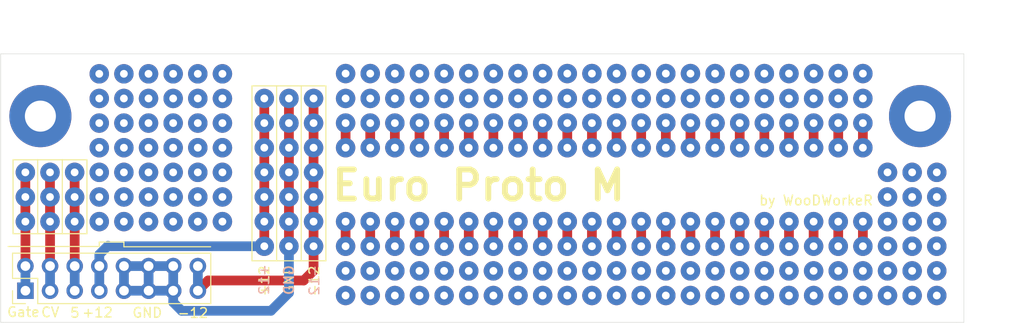
<source format=kicad_pcb>
(kicad_pcb (version 20171130) (host pcbnew "(5.1.5)-3")
  (title_block (title "Euro Proto M") (date 2020-01-20) (rev 1) (company WooDWorkeR))
  (layers (0 F.Cu signal) (31 B.Cu signal) (34 B.Paste user) (35 F.Paste user) (36 B.SilkS user) (37 F.SilkS user) (38 B.Mask user) (39 F.Mask user) (44 Edge.Cuts user))
  (net 0 "")
  (module Connector_Wire:SolderWirePad_1x01_Drill0.8mm (layer F.Cu) (at 149.352 54.61)
    (fp_text reference REF** hide)
    (fp_text value SolderWirePad_1x01_Drill0.8mm hide)
    (pad 1 thru_hole circle (at 0 0) (size 1.99898 1.99898) (drill 0.8001) (layers *.Cu *.Mask))
  )
  (module Connector_Wire:SolderWirePad_1x01_Drill0.8mm (layer F.Cu) (at 146.812 54.61)
    (fp_text reference REF** hide)
    (fp_text value SolderWirePad_1x01_Drill0.8mm hide)
    (pad 1 thru_hole circle (at 0 0) (size 1.99898 1.99898) (drill 0.8001) (layers *.Cu *.Mask))
  )
  (module Connector_Wire:SolderWirePad_1x01_Drill0.8mm (layer F.Cu) (at 144.272 54.61)
    (fp_text reference REF** hide)
    (fp_text value SolderWirePad_1x01_Drill0.8mm hide)
    (pad 1 thru_hole circle (at 0 0) (size 1.99898 1.99898) (drill 0.8001) (layers *.Cu *.Mask))
  )
  (module Connector_Wire:SolderWirePad_1x01_Drill0.8mm (layer F.Cu) (at 141.732 54.61)
    (fp_text reference REF** hide)
    (fp_text value SolderWirePad_1x01_Drill0.8mm hide)
    (pad 1 thru_hole circle (at 0 0) (size 1.99898 1.99898) (drill 0.8001) (layers *.Cu *.Mask))
  )
  (module Connector_Wire:SolderWirePad_1x01_Drill0.8mm (layer F.Cu) (at 139.192 54.61)
    (fp_text reference REF** hide)
    (fp_text value SolderWirePad_1x01_Drill0.8mm hide)
    (pad 1 thru_hole circle (at 0 0) (size 1.99898 1.99898) (drill 0.8001) (layers *.Cu *.Mask))
  )
  (module Connector_Wire:SolderWirePad_1x01_Drill0.8mm (layer F.Cu) (at 136.652 54.61)
    (fp_text reference REF** hide)
    (fp_text value SolderWirePad_1x01_Drill0.8mm hide)
    (pad 1 thru_hole circle (at 0 0) (size 1.99898 1.99898) (drill 0.8001) (layers *.Cu *.Mask))
  )
  (module Connector_Wire:SolderWirePad_1x01_Drill0.8mm (layer F.Cu) (at 134.112 54.61)
    (fp_text reference REF** hide)
    (fp_text value SolderWirePad_1x01_Drill0.8mm hide)
    (pad 1 thru_hole circle (at 0 0) (size 1.99898 1.99898) (drill 0.8001) (layers *.Cu *.Mask))
  )
  (module Connector_Wire:SolderWirePad_1x01_Drill0.8mm (layer F.Cu) (at 131.572 54.61)
    (fp_text reference REF** hide)
    (fp_text value SolderWirePad_1x01_Drill0.8mm hide)
    (pad 1 thru_hole circle (at 0 0) (size 1.99898 1.99898) (drill 0.8001) (layers *.Cu *.Mask))
  )
  (module Connector_Wire:SolderWirePad_1x01_Drill0.8mm (layer F.Cu) (at 129.032 54.61)
    (fp_text reference REF** hide)
    (fp_text value SolderWirePad_1x01_Drill0.8mm hide)
    (pad 1 thru_hole circle (at 0 0) (size 1.99898 1.99898) (drill 0.8001) (layers *.Cu *.Mask))
  )
  (module Connector_Wire:SolderWirePad_1x01_Drill0.8mm (layer F.Cu) (at 126.492 54.61)
    (fp_text reference REF** hide)
    (fp_text value SolderWirePad_1x01_Drill0.8mm hide)
    (pad 1 thru_hole circle (at 0 0) (size 1.99898 1.99898) (drill 0.8001) (layers *.Cu *.Mask))
  )
  (module Connector_Wire:SolderWirePad_1x01_Drill0.8mm (layer F.Cu) (at 123.952 54.61)
    (fp_text reference REF** hide)
    (fp_text value SolderWirePad_1x01_Drill0.8mm hide)
    (pad 1 thru_hole circle (at 0 0) (size 1.99898 1.99898) (drill 0.8001) (layers *.Cu *.Mask))
  )
  (module Connector_Wire:SolderWirePad_1x01_Drill0.8mm (layer F.Cu) (at 121.412 54.61)
    (fp_text reference REF** hide)
    (fp_text value SolderWirePad_1x01_Drill0.8mm hide)
    (pad 1 thru_hole circle (at 0 0) (size 1.99898 1.99898) (drill 0.8001) (layers *.Cu *.Mask))
  )
  (module Connector_Wire:SolderWirePad_1x01_Drill0.8mm (layer F.Cu) (at 118.872 54.61)
    (fp_text reference REF** hide)
    (fp_text value SolderWirePad_1x01_Drill0.8mm hide)
    (pad 1 thru_hole circle (at 0 0) (size 1.99898 1.99898) (drill 0.8001) (layers *.Cu *.Mask))
  )
  (module Connector_Wire:SolderWirePad_1x01_Drill0.8mm (layer F.Cu) (at 116.332 54.61)
    (fp_text reference REF** hide)
    (fp_text value SolderWirePad_1x01_Drill0.8mm hide)
    (pad 1 thru_hole circle (at 0 0) (size 1.99898 1.99898) (drill 0.8001) (layers *.Cu *.Mask))
  )
  (module Connector_Wire:SolderWirePad_1x01_Drill0.8mm (layer F.Cu) (at 113.792 54.61)
    (fp_text reference REF** hide)
    (fp_text value SolderWirePad_1x01_Drill0.8mm hide)
    (pad 1 thru_hole circle (at 0 0) (size 1.99898 1.99898) (drill 0.8001) (layers *.Cu *.Mask))
  )
  (module Connector_Wire:SolderWirePad_1x01_Drill0.8mm (layer F.Cu) (at 111.252 54.61)
    (fp_text reference REF** hide)
    (fp_text value SolderWirePad_1x01_Drill0.8mm hide)
    (pad 1 thru_hole circle (at 0 0) (size 1.99898 1.99898) (drill 0.8001) (layers *.Cu *.Mask))
  )
  (module Connector_Wire:SolderWirePad_1x01_Drill0.8mm (layer F.Cu) (at 108.712 54.61)
    (fp_text reference REF** hide)
    (fp_text value SolderWirePad_1x01_Drill0.8mm hide)
    (pad 1 thru_hole circle (at 0 0) (size 1.99898 1.99898) (drill 0.8001) (layers *.Cu *.Mask))
  )
  (module Connector_Wire:SolderWirePad_1x01_Drill0.8mm (layer F.Cu) (at 106.172 54.61)
    (fp_text reference REF** hide)
    (fp_text value SolderWirePad_1x01_Drill0.8mm hide)
    (pad 1 thru_hole circle (at 0 0) (size 1.99898 1.99898) (drill 0.8001) (layers *.Cu *.Mask))
  )
  (module Connector_Wire:SolderWirePad_1x01_Drill0.8mm (layer F.Cu) (at 103.632 54.61)
    (fp_text reference REF** hide)
    (fp_text value SolderWirePad_1x01_Drill0.8mm hide)
    (pad 1 thru_hole circle (at 0 0) (size 1.99898 1.99898) (drill 0.8001) (layers *.Cu *.Mask))
  )
  (module Connector_Wire:SolderWirePad_1x01_Drill0.8mm (layer F.Cu) (at 101.092 54.61)
    (fp_text reference REF** hide)
    (fp_text value SolderWirePad_1x01_Drill0.8mm hide)
    (pad 1 thru_hole circle (at 0 0) (size 1.99898 1.99898) (drill 0.8001) (layers *.Cu *.Mask))
  )
  (module Connector_Wire:SolderWirePad_1x01_Drill0.8mm (layer F.Cu) (at 98.552 54.61)
    (fp_text reference REF** hide)
    (fp_text value SolderWirePad_1x01_Drill0.8mm hide)
    (pad 1 thru_hole circle (at 0 0) (size 1.99898 1.99898) (drill 0.8001) (layers *.Cu *.Mask))
  )
  (module Connector_Wire:SolderWirePad_1x01_Drill0.8mm (layer F.Cu) (at 96.012 54.61)
    (fp_text reference REF** hide)
    (fp_text value SolderWirePad_1x01_Drill0.8mm hide)
    (pad 1 thru_hole circle (at 0 0) (size 1.99898 1.99898) (drill 0.8001) (layers *.Cu *.Mask))
  )
  (module Connector_Wire:SolderWirePad_1x01_Drill0.8mm (layer F.Cu) (at 83.312 54.6354)
    (fp_text reference REF** hide)
    (fp_text value SolderWirePad_1x01_Drill0.8mm hide)
    (pad 1 thru_hole circle (at 0 0) (size 1.99898 1.99898) (drill 0.8001) (layers *.Cu *.Mask))
  )
  (module Connector_Wire:SolderWirePad_1x01_Drill0.8mm (layer F.Cu) (at 78.232 54.6354)
    (fp_text reference REF** hide)
    (fp_text value SolderWirePad_1x01_Drill0.8mm hide)
    (pad 1 thru_hole circle (at 0 0) (size 1.99898 1.99898) (drill 0.8001) (layers *.Cu *.Mask))
  )
  (module Connector_Wire:SolderWirePad_1x01_Drill0.8mm (layer F.Cu) (at 70.612 54.6354)
    (fp_text reference REF** hide)
    (fp_text value SolderWirePad_1x01_Drill0.8mm hide)
    (pad 1 thru_hole circle (at 0 0) (size 1.99898 1.99898) (drill 0.8001) (layers *.Cu *.Mask))
  )
  (module Connector_Wire:SolderWirePad_1x01_Drill0.8mm (layer F.Cu) (at 75.692 54.6354)
    (fp_text reference REF** hide)
    (fp_text value SolderWirePad_1x01_Drill0.8mm hide)
    (pad 1 thru_hole circle (at 0 0) (size 1.99898 1.99898) (drill 0.8001) (layers *.Cu *.Mask))
  )
  (module Connector_Wire:SolderWirePad_1x01_Drill0.8mm (layer F.Cu) (at 73.152 54.6354)
    (fp_text reference REF** hide)
    (fp_text value SolderWirePad_1x01_Drill0.8mm hide)
    (pad 1 thru_hole circle (at 0 0) (size 1.99898 1.99898) (drill 0.8001) (layers *.Cu *.Mask))
  )
  (module Connector_Wire:SolderWirePad_1x01_Drill0.8mm (layer F.Cu) (at 80.772 54.6354)
    (fp_text reference REF** hide)
    (fp_text value SolderWirePad_1x01_Drill0.8mm hide)
    (pad 1 thru_hole circle (at 0 0) (size 1.99898 1.99898) (drill 0.8001) (layers *.Cu *.Mask))
  )
  (module Connector_Wire:SolderWirePad_1x01_Drill0.8mm (layer F.Cu) (at 83.312 69.8754)
    (fp_text reference REF** hide)
    (fp_text value SolderWirePad_1x01_Drill0.8mm hide)
    (pad 1 thru_hole circle (at 0 0) (size 1.99898 1.99898) (drill 0.8001) (layers *.Cu *.Mask))
  )
  (module Connector_Wire:SolderWirePad_1x01_Drill0.8mm (layer F.Cu) (at 80.772 69.8754)
    (fp_text reference REF** hide)
    (fp_text value SolderWirePad_1x01_Drill0.8mm hide)
    (pad 1 thru_hole circle (at 0 0) (size 1.99898 1.99898) (drill 0.8001) (layers *.Cu *.Mask))
  )
  (module Connector_Wire:SolderWirePad_1x01_Drill0.8mm (layer F.Cu) (at 83.312 67.3354)
    (fp_text reference REF** hide)
    (fp_text value SolderWirePad_1x01_Drill0.8mm hide)
    (pad 1 thru_hole circle (at 0 0) (size 1.99898 1.99898) (drill 0.8001) (layers *.Cu *.Mask))
  )
  (module Connector_Wire:SolderWirePad_1x01_Drill0.8mm (layer F.Cu) (at 80.772 67.3354)
    (fp_text reference REF** hide)
    (fp_text value SolderWirePad_1x01_Drill0.8mm hide)
    (pad 1 thru_hole circle (at 0 0) (size 1.99898 1.99898) (drill 0.8001) (layers *.Cu *.Mask))
  )
  (module Connector_Wire:SolderWirePad_1x01_Drill0.8mm (layer F.Cu) (at 83.312 64.7954)
    (fp_text reference REF** hide)
    (fp_text value SolderWirePad_1x01_Drill0.8mm hide)
    (pad 1 thru_hole circle (at 0 0) (size 1.99898 1.99898) (drill 0.8001) (layers *.Cu *.Mask))
  )
  (module Connector_Wire:SolderWirePad_1x01_Drill0.8mm (layer F.Cu) (at 80.772 64.7954)
    (fp_text reference REF** hide)
    (fp_text value SolderWirePad_1x01_Drill0.8mm hide)
    (pad 1 thru_hole circle (at 0 0) (size 1.99898 1.99898) (drill 0.8001) (layers *.Cu *.Mask))
  )
  (module Connector_Wire:SolderWirePad_1x01_Drill0.8mm (layer F.Cu) (at 83.312 62.2554)
    (fp_text reference REF** hide)
    (fp_text value SolderWirePad_1x01_Drill0.8mm hide)
    (pad 1 thru_hole circle (at 0 0) (size 1.99898 1.99898) (drill 0.8001) (layers *.Cu *.Mask))
  )
  (module Connector_Wire:SolderWirePad_1x01_Drill0.8mm (layer F.Cu) (at 80.772 62.2554)
    (fp_text reference REF** hide)
    (fp_text value SolderWirePad_1x01_Drill0.8mm hide)
    (pad 1 thru_hole circle (at 0 0) (size 1.99898 1.99898) (drill 0.8001) (layers *.Cu *.Mask))
  )
  (module Connector_Wire:SolderWirePad_1x01_Drill0.8mm (layer F.Cu) (at 83.312 59.7154)
    (fp_text reference REF** hide)
    (fp_text value SolderWirePad_1x01_Drill0.8mm hide)
    (pad 1 thru_hole circle (at 0 0) (size 1.99898 1.99898) (drill 0.8001) (layers *.Cu *.Mask))
  )
  (module Connector_Wire:SolderWirePad_1x01_Drill0.8mm (layer F.Cu) (at 80.772 59.7154)
    (fp_text reference REF** hide)
    (fp_text value SolderWirePad_1x01_Drill0.8mm hide)
    (pad 1 thru_hole circle (at 0 0) (size 1.99898 1.99898) (drill 0.8001) (layers *.Cu *.Mask))
  )
  (module Connector_Wire:SolderWirePad_1x01_Drill0.8mm (layer F.Cu) (at 83.312 57.1754)
    (fp_text reference REF** hide)
    (fp_text value SolderWirePad_1x01_Drill0.8mm hide)
    (pad 1 thru_hole circle (at 0 0) (size 1.99898 1.99898) (drill 0.8001) (layers *.Cu *.Mask))
  )
  (module Connector_Wire:SolderWirePad_1x01_Drill0.8mm (layer F.Cu) (at 92.71 72.4154)
    (fp_text reference REF** hide)
    (fp_text value SolderWirePad_1x01_Drill0.8mm hide)
    (pad 1 thru_hole circle (at 0 0) (size 1.99898 1.99898) (drill 0.8001) (layers *.Cu *.Mask))
  )
  (module Connector_Wire:SolderWirePad_1x01_Drill0.8mm (layer F.Cu) (at 90.17 72.4154)
    (fp_text reference REF** hide)
    (fp_text value SolderWirePad_1x01_Drill0.8mm hide)
    (pad 1 thru_hole circle (at 0 0) (size 1.99898 1.99898) (drill 0.8001) (layers *.Cu *.Mask))
  )
  (module Connector_Wire:SolderWirePad_1x01_Drill0.8mm (layer F.Cu) (at 87.63 72.4154)
    (fp_text reference REF** hide)
    (fp_text value SolderWirePad_1x01_Drill0.8mm hide)
    (pad 1 thru_hole circle (at 0 0) (size 1.99898 1.99898) (drill 0.8001) (layers *.Cu *.Mask))
  )
  (module Connector_Wire:SolderWirePad_1x01_Drill0.8mm (layer F.Cu) (at 92.71 69.8754)
    (fp_text reference REF** hide)
    (fp_text value SolderWirePad_1x01_Drill0.8mm hide)
    (pad 1 thru_hole circle (at 0 0) (size 1.99898 1.99898) (drill 0.8001) (layers *.Cu *.Mask))
  )
  (module Connector_Wire:SolderWirePad_1x01_Drill0.8mm (layer F.Cu) (at 90.17 69.8754)
    (fp_text reference REF** hide)
    (fp_text value SolderWirePad_1x01_Drill0.8mm hide)
    (pad 1 thru_hole circle (at 0 0) (size 1.99898 1.99898) (drill 0.8001) (layers *.Cu *.Mask))
  )
  (module Connector_Wire:SolderWirePad_1x01_Drill0.8mm (layer F.Cu) (at 156.972 77.4954)
    (fp_text reference REF** hide)
    (fp_text value SolderWirePad_1x01_Drill0.8mm hide)
    (pad 1 thru_hole circle (at 0 0) (size 1.99898 1.99898) (drill 0.8001) (layers *.Cu *.Mask))
  )
  (module Connector_Wire:SolderWirePad_1x01_Drill0.8mm (layer F.Cu) (at 154.432 77.4954)
    (fp_text reference REF** hide)
    (fp_text value SolderWirePad_1x01_Drill0.8mm hide)
    (pad 1 thru_hole circle (at 0 0) (size 1.99898 1.99898) (drill 0.8001) (layers *.Cu *.Mask))
  )
  (module Connector_Wire:SolderWirePad_1x01_Drill0.8mm (layer F.Cu) (at 151.892 77.4954)
    (fp_text reference REF** hide)
    (fp_text value SolderWirePad_1x01_Drill0.8mm hide)
    (pad 1 thru_hole circle (at 0 0) (size 1.99898 1.99898) (drill 0.8001) (layers *.Cu *.Mask))
  )
  (module Connector_Wire:SolderWirePad_1x01_Drill0.8mm (layer F.Cu) (at 156.972 74.9554)
    (fp_text reference REF** hide)
    (fp_text value SolderWirePad_1x01_Drill0.8mm hide)
    (pad 1 thru_hole circle (at 0 0) (size 1.99898 1.99898) (drill 0.8001) (layers *.Cu *.Mask))
  )
  (module Connector_Wire:SolderWirePad_1x01_Drill0.8mm (layer F.Cu) (at 154.432 74.9554)
    (fp_text reference REF** hide)
    (fp_text value SolderWirePad_1x01_Drill0.8mm hide)
    (pad 1 thru_hole circle (at 0 0) (size 1.99898 1.99898) (drill 0.8001) (layers *.Cu *.Mask))
  )
  (module Connector_Wire:SolderWirePad_1x01_Drill0.8mm (layer F.Cu) (at 151.892 74.9554)
    (fp_text reference REF** hide)
    (fp_text value SolderWirePad_1x01_Drill0.8mm hide)
    (pad 1 thru_hole circle (at 0 0) (size 1.99898 1.99898) (drill 0.8001) (layers *.Cu *.Mask))
  )
  (module Connector_Wire:SolderWirePad_1x01_Drill0.8mm (layer F.Cu) (at 156.972 72.4154)
    (fp_text reference REF** hide)
    (fp_text value SolderWirePad_1x01_Drill0.8mm hide)
    (pad 1 thru_hole circle (at 0 0) (size 1.99898 1.99898) (drill 0.8001) (layers *.Cu *.Mask))
  )
  (module Connector_Wire:SolderWirePad_1x01_Drill0.8mm (layer F.Cu) (at 154.432 72.4154)
    (fp_text reference REF** hide)
    (fp_text value SolderWirePad_1x01_Drill0.8mm hide)
    (pad 1 thru_hole circle (at 0 0) (size 1.99898 1.99898) (drill 0.8001) (layers *.Cu *.Mask))
  )
  (module Connector_Wire:SolderWirePad_1x01_Drill0.8mm (layer F.Cu) (at 151.892 72.4154)
    (fp_text reference REF** hide)
    (fp_text value SolderWirePad_1x01_Drill0.8mm hide)
    (pad 1 thru_hole circle (at 0 0) (size 1.99898 1.99898) (drill 0.8001) (layers *.Cu *.Mask))
  )
  (module Connector_Wire:SolderWirePad_1x01_Drill0.8mm (layer F.Cu) (at 156.972 69.8754)
    (fp_text reference REF** hide)
    (fp_text value SolderWirePad_1x01_Drill0.8mm hide)
    (pad 1 thru_hole circle (at 0 0) (size 1.99898 1.99898) (drill 0.8001) (layers *.Cu *.Mask))
  )
  (module Connector_Wire:SolderWirePad_1x01_Drill0.8mm (layer F.Cu) (at 154.432 69.8754)
    (fp_text reference REF** hide)
    (fp_text value SolderWirePad_1x01_Drill0.8mm hide)
    (pad 1 thru_hole circle (at 0 0) (size 1.99898 1.99898) (drill 0.8001) (layers *.Cu *.Mask))
  )
  (module Connector_Wire:SolderWirePad_1x01_Drill0.8mm (layer F.Cu) (at 92.71 67.3354)
    (fp_text reference REF** hide)
    (fp_text value SolderWirePad_1x01_Drill0.8mm hide)
    (pad 1 thru_hole circle (at 0 0) (size 1.99898 1.99898) (drill 0.8001) (layers *.Cu *.Mask))
  )
  (module Connector_Wire:SolderWirePad_1x01_Drill0.8mm (layer F.Cu) (at 90.17 67.3354)
    (fp_text reference REF** hide)
    (fp_text value SolderWirePad_1x01_Drill0.8mm hide)
    (pad 1 thru_hole circle (at 0 0) (size 1.99898 1.99898) (drill 0.8001) (layers *.Cu *.Mask))
  )
  (module Connector_Wire:SolderWirePad_1x01_Drill0.8mm (layer F.Cu) (at 92.71 64.7954)
    (fp_text reference REF** hide)
    (fp_text value SolderWirePad_1x01_Drill0.8mm hide)
    (pad 1 thru_hole circle (at 0 0) (size 1.99898 1.99898) (drill 0.8001) (layers *.Cu *.Mask))
  )
  (module Connector_Wire:SolderWirePad_1x01_Drill0.8mm (layer F.Cu) (at 90.17 64.7954)
    (fp_text reference REF** hide)
    (fp_text value SolderWirePad_1x01_Drill0.8mm hide)
    (pad 1 thru_hole circle (at 0 0) (size 1.99898 1.99898) (drill 0.8001) (layers *.Cu *.Mask))
  )
  (module Connector_Wire:SolderWirePad_1x01_Drill0.8mm (layer F.Cu) (at 92.71 62.2554)
    (fp_text reference REF** hide)
    (fp_text value SolderWirePad_1x01_Drill0.8mm hide)
    (pad 1 thru_hole circle (at 0 0) (size 1.99898 1.99898) (drill 0.8001) (layers *.Cu *.Mask))
  )
  (module Connector_Wire:SolderWirePad_1x01_Drill0.8mm (layer F.Cu) (at 149.352 77.4954)
    (fp_text reference REF** hide)
    (fp_text value SolderWirePad_1x01_Drill0.8mm hide)
    (pad 1 thru_hole circle (at 0 0) (size 1.99898 1.99898) (drill 0.8001) (layers *.Cu *.Mask))
  )
  (module Connector_Wire:SolderWirePad_1x01_Drill0.8mm (layer F.Cu) (at 146.812 77.4954)
    (fp_text reference REF** hide)
    (fp_text value SolderWirePad_1x01_Drill0.8mm hide)
    (pad 1 thru_hole circle (at 0 0) (size 1.99898 1.99898) (drill 0.8001) (layers *.Cu *.Mask))
  )
  (module Connector_Wire:SolderWirePad_1x01_Drill0.8mm (layer F.Cu) (at 144.272 77.4954)
    (fp_text reference REF** hide)
    (fp_text value SolderWirePad_1x01_Drill0.8mm hide)
    (pad 1 thru_hole circle (at 0 0) (size 1.99898 1.99898) (drill 0.8001) (layers *.Cu *.Mask))
  )
  (module Connector_Wire:SolderWirePad_1x01_Drill0.8mm (layer F.Cu) (at 141.732 77.4954)
    (fp_text reference REF** hide)
    (fp_text value SolderWirePad_1x01_Drill0.8mm hide)
    (pad 1 thru_hole circle (at 0 0) (size 1.99898 1.99898) (drill 0.8001) (layers *.Cu *.Mask))
  )
  (module Connector_Wire:SolderWirePad_1x01_Drill0.8mm (layer F.Cu) (at 139.192 77.4954)
    (fp_text reference REF** hide)
    (fp_text value SolderWirePad_1x01_Drill0.8mm hide)
    (pad 1 thru_hole circle (at 0 0) (size 1.99898 1.99898) (drill 0.8001) (layers *.Cu *.Mask))
  )
  (module Connector_Wire:SolderWirePad_1x01_Drill0.8mm (layer F.Cu) (at 136.652 77.4954)
    (fp_text reference REF** hide)
    (fp_text value SolderWirePad_1x01_Drill0.8mm hide)
    (pad 1 thru_hole circle (at 0 0) (size 1.99898 1.99898) (drill 0.8001) (layers *.Cu *.Mask))
  )
  (module Connector_Wire:SolderWirePad_1x01_Drill0.8mm (layer F.Cu) (at 134.112 77.4954)
    (fp_text reference REF** hide)
    (fp_text value SolderWirePad_1x01_Drill0.8mm hide)
    (pad 1 thru_hole circle (at 0 0) (size 1.99898 1.99898) (drill 0.8001) (layers *.Cu *.Mask))
  )
  (module Connector_Wire:SolderWirePad_1x01_Drill0.8mm (layer F.Cu) (at 131.572 77.4954)
    (fp_text reference REF** hide)
    (fp_text value SolderWirePad_1x01_Drill0.8mm hide)
    (pad 1 thru_hole circle (at 0 0) (size 1.99898 1.99898) (drill 0.8001) (layers *.Cu *.Mask))
  )
  (module Connector_Wire:SolderWirePad_1x01_Drill0.8mm (layer F.Cu) (at 129.032 77.4954)
    (fp_text reference REF** hide)
    (fp_text value SolderWirePad_1x01_Drill0.8mm hide)
    (pad 1 thru_hole circle (at 0 0) (size 1.99898 1.99898) (drill 0.8001) (layers *.Cu *.Mask))
  )
  (module Connector_Wire:SolderWirePad_1x01_Drill0.8mm (layer F.Cu) (at 126.492 77.4954)
    (fp_text reference REF** hide)
    (fp_text value SolderWirePad_1x01_Drill0.8mm hide)
    (pad 1 thru_hole circle (at 0 0) (size 1.99898 1.99898) (drill 0.8001) (layers *.Cu *.Mask))
  )
  (module Connector_Wire:SolderWirePad_1x01_Drill0.8mm (layer F.Cu) (at 123.952 77.4954)
    (fp_text reference REF** hide)
    (fp_text value SolderWirePad_1x01_Drill0.8mm hide)
    (pad 1 thru_hole circle (at 0 0) (size 1.99898 1.99898) (drill 0.8001) (layers *.Cu *.Mask))
  )
  (module Connector_Wire:SolderWirePad_1x01_Drill0.8mm (layer F.Cu) (at 121.412 77.4954)
    (fp_text reference REF** hide)
    (fp_text value SolderWirePad_1x01_Drill0.8mm hide)
    (pad 1 thru_hole circle (at 0 0) (size 1.99898 1.99898) (drill 0.8001) (layers *.Cu *.Mask))
  )
  (module Connector_Wire:SolderWirePad_1x01_Drill0.8mm (layer F.Cu) (at 118.872 77.4954)
    (fp_text reference REF** hide)
    (fp_text value SolderWirePad_1x01_Drill0.8mm hide)
    (pad 1 thru_hole circle (at 0 0) (size 1.99898 1.99898) (drill 0.8001) (layers *.Cu *.Mask))
  )
  (module Connector_Wire:SolderWirePad_1x01_Drill0.8mm (layer F.Cu) (at 116.332 77.4954)
    (fp_text reference REF** hide)
    (fp_text value SolderWirePad_1x01_Drill0.8mm hide)
    (pad 1 thru_hole circle (at 0 0) (size 1.99898 1.99898) (drill 0.8001) (layers *.Cu *.Mask))
  )
  (module Connector_Wire:SolderWirePad_1x01_Drill0.8mm (layer F.Cu) (at 113.792 77.4954)
    (fp_text reference REF** hide)
    (fp_text value SolderWirePad_1x01_Drill0.8mm hide)
    (pad 1 thru_hole circle (at 0 0) (size 1.99898 1.99898) (drill 0.8001) (layers *.Cu *.Mask))
  )
  (module Connector_Wire:SolderWirePad_1x01_Drill0.8mm (layer F.Cu) (at 111.252 77.4954)
    (fp_text reference REF** hide)
    (fp_text value SolderWirePad_1x01_Drill0.8mm hide)
    (pad 1 thru_hole circle (at 0 0) (size 1.99898 1.99898) (drill 0.8001) (layers *.Cu *.Mask))
  )
  (module Connector_Wire:SolderWirePad_1x01_Drill0.8mm (layer F.Cu) (at 108.712 77.4954)
    (fp_text reference REF** hide)
    (fp_text value SolderWirePad_1x01_Drill0.8mm hide)
    (pad 1 thru_hole circle (at 0 0) (size 1.99898 1.99898) (drill 0.8001) (layers *.Cu *.Mask))
  )
  (module Connector_Wire:SolderWirePad_1x01_Drill0.8mm (layer F.Cu) (at 106.172 77.4954)
    (fp_text reference REF** hide)
    (fp_text value SolderWirePad_1x01_Drill0.8mm hide)
    (pad 1 thru_hole circle (at 0 0) (size 1.99898 1.99898) (drill 0.8001) (layers *.Cu *.Mask))
  )
  (module Connector_Wire:SolderWirePad_1x01_Drill0.8mm (layer F.Cu) (at 103.632 77.4954)
    (fp_text reference REF** hide)
    (fp_text value SolderWirePad_1x01_Drill0.8mm hide)
    (pad 1 thru_hole circle (at 0 0) (size 1.99898 1.99898) (drill 0.8001) (layers *.Cu *.Mask))
  )
  (module Connector_Wire:SolderWirePad_1x01_Drill0.8mm (layer F.Cu) (at 101.092 77.4954)
    (fp_text reference REF** hide)
    (fp_text value SolderWirePad_1x01_Drill0.8mm hide)
    (pad 1 thru_hole circle (at 0 0) (size 1.99898 1.99898) (drill 0.8001) (layers *.Cu *.Mask))
  )
  (module Connector_Wire:SolderWirePad_1x01_Drill0.8mm (layer F.Cu) (at 98.552 77.4954)
    (fp_text reference REF** hide)
    (fp_text value SolderWirePad_1x01_Drill0.8mm hide)
    (pad 1 thru_hole circle (at 0 0) (size 1.99898 1.99898) (drill 0.8001) (layers *.Cu *.Mask))
  )
  (module Connector_Wire:SolderWirePad_1x01_Drill0.8mm (layer F.Cu) (at 96.012 77.4954)
    (fp_text reference REF** hide)
    (fp_text value SolderWirePad_1x01_Drill0.8mm hide)
    (pad 1 thru_hole circle (at 0 0) (size 1.99898 1.99898) (drill 0.8001) (layers *.Cu *.Mask))
  )
  (module Connector_Wire:SolderWirePad_1x01_Drill0.8mm (layer F.Cu) (at 149.352 74.9554)
    (fp_text reference REF** hide)
    (fp_text value SolderWirePad_1x01_Drill0.8mm hide)
    (pad 1 thru_hole circle (at 0 0) (size 1.99898 1.99898) (drill 0.8001) (layers *.Cu *.Mask))
  )
  (module Connector_Wire:SolderWirePad_1x01_Drill0.8mm (layer F.Cu) (at 146.812 74.9554)
    (fp_text reference REF** hide)
    (fp_text value SolderWirePad_1x01_Drill0.8mm hide)
    (pad 1 thru_hole circle (at 0 0) (size 1.99898 1.99898) (drill 0.8001) (layers *.Cu *.Mask))
  )
  (module Connector_Wire:SolderWirePad_1x01_Drill0.8mm (layer F.Cu) (at 144.272 74.9554)
    (fp_text reference REF** hide)
    (fp_text value SolderWirePad_1x01_Drill0.8mm hide)
    (pad 1 thru_hole circle (at 0 0) (size 1.99898 1.99898) (drill 0.8001) (layers *.Cu *.Mask))
  )
  (module Connector_Wire:SolderWirePad_1x01_Drill0.8mm (layer F.Cu) (at 141.732 74.9554)
    (fp_text reference REF** hide)
    (fp_text value SolderWirePad_1x01_Drill0.8mm hide)
    (pad 1 thru_hole circle (at 0 0) (size 1.99898 1.99898) (drill 0.8001) (layers *.Cu *.Mask))
  )
  (module Connector_Wire:SolderWirePad_1x01_Drill0.8mm (layer F.Cu) (at 139.192 74.9554)
    (fp_text reference REF** hide)
    (fp_text value SolderWirePad_1x01_Drill0.8mm hide)
    (pad 1 thru_hole circle (at 0 0) (size 1.99898 1.99898) (drill 0.8001) (layers *.Cu *.Mask))
  )
  (module Connector_Wire:SolderWirePad_1x01_Drill0.8mm (layer F.Cu) (at 136.652 74.9554)
    (fp_text reference REF** hide)
    (fp_text value SolderWirePad_1x01_Drill0.8mm hide)
    (pad 1 thru_hole circle (at 0 0) (size 1.99898 1.99898) (drill 0.8001) (layers *.Cu *.Mask))
  )
  (module Connector_Wire:SolderWirePad_1x01_Drill0.8mm (layer F.Cu) (at 134.112 74.9554)
    (fp_text reference REF** hide)
    (fp_text value SolderWirePad_1x01_Drill0.8mm hide)
    (pad 1 thru_hole circle (at 0 0) (size 1.99898 1.99898) (drill 0.8001) (layers *.Cu *.Mask))
  )
  (module Connector_Wire:SolderWirePad_1x01_Drill0.8mm (layer F.Cu) (at 131.572 74.9554)
    (fp_text reference REF** hide)
    (fp_text value SolderWirePad_1x01_Drill0.8mm hide)
    (pad 1 thru_hole circle (at 0 0) (size 1.99898 1.99898) (drill 0.8001) (layers *.Cu *.Mask))
  )
  (module Connector_Wire:SolderWirePad_1x01_Drill0.8mm (layer F.Cu) (at 129.032 74.9554)
    (fp_text reference REF** hide)
    (fp_text value SolderWirePad_1x01_Drill0.8mm hide)
    (pad 1 thru_hole circle (at 0 0) (size 1.99898 1.99898) (drill 0.8001) (layers *.Cu *.Mask))
  )
  (module Connector_Wire:SolderWirePad_1x01_Drill0.8mm (layer F.Cu) (at 126.492 74.9554)
    (fp_text reference REF** hide)
    (fp_text value SolderWirePad_1x01_Drill0.8mm hide)
    (pad 1 thru_hole circle (at 0 0) (size 1.99898 1.99898) (drill 0.8001) (layers *.Cu *.Mask))
  )
  (module Connector_Wire:SolderWirePad_1x01_Drill0.8mm (layer F.Cu) (at 123.952 74.9554)
    (fp_text reference REF** hide)
    (fp_text value SolderWirePad_1x01_Drill0.8mm hide)
    (pad 1 thru_hole circle (at 0 0) (size 1.99898 1.99898) (drill 0.8001) (layers *.Cu *.Mask))
  )
  (module Connector_Wire:SolderWirePad_1x01_Drill0.8mm (layer F.Cu) (at 121.412 74.9554)
    (fp_text reference REF** hide)
    (fp_text value SolderWirePad_1x01_Drill0.8mm hide)
    (pad 1 thru_hole circle (at 0 0) (size 1.99898 1.99898) (drill 0.8001) (layers *.Cu *.Mask))
  )
  (module Connector_Wire:SolderWirePad_1x01_Drill0.8mm (layer F.Cu) (at 118.872 74.9554)
    (fp_text reference REF** hide)
    (fp_text value SolderWirePad_1x01_Drill0.8mm hide)
    (pad 1 thru_hole circle (at 0 0) (size 1.99898 1.99898) (drill 0.8001) (layers *.Cu *.Mask))
  )
  (module Connector_Wire:SolderWirePad_1x01_Drill0.8mm (layer F.Cu) (at 116.332 74.9554)
    (fp_text reference REF** hide)
    (fp_text value SolderWirePad_1x01_Drill0.8mm hide)
    (pad 1 thru_hole circle (at 0 0) (size 1.99898 1.99898) (drill 0.8001) (layers *.Cu *.Mask))
  )
  (module Connector_Wire:SolderWirePad_1x01_Drill0.8mm (layer F.Cu) (at 113.792 74.9554)
    (fp_text reference REF** hide)
    (fp_text value SolderWirePad_1x01_Drill0.8mm hide)
    (pad 1 thru_hole circle (at 0 0) (size 1.99898 1.99898) (drill 0.8001) (layers *.Cu *.Mask))
  )
  (module Connector_Wire:SolderWirePad_1x01_Drill0.8mm (layer F.Cu) (at 111.252 74.9554)
    (fp_text reference REF** hide)
    (fp_text value SolderWirePad_1x01_Drill0.8mm hide)
    (pad 1 thru_hole circle (at 0 0) (size 1.99898 1.99898) (drill 0.8001) (layers *.Cu *.Mask))
  )
  (module Connector_Wire:SolderWirePad_1x01_Drill0.8mm (layer F.Cu) (at 108.712 74.9554)
    (fp_text reference REF** hide)
    (fp_text value SolderWirePad_1x01_Drill0.8mm hide)
    (pad 1 thru_hole circle (at 0 0) (size 1.99898 1.99898) (drill 0.8001) (layers *.Cu *.Mask))
  )
  (module Connector_Wire:SolderWirePad_1x01_Drill0.8mm (layer F.Cu) (at 106.172 74.9554)
    (fp_text reference REF** hide)
    (fp_text value SolderWirePad_1x01_Drill0.8mm hide)
    (pad 1 thru_hole circle (at 0 0) (size 1.99898 1.99898) (drill 0.8001) (layers *.Cu *.Mask))
  )
  (module Connector_Wire:SolderWirePad_1x01_Drill0.8mm (layer F.Cu) (at 103.632 74.9554)
    (fp_text reference REF** hide)
    (fp_text value SolderWirePad_1x01_Drill0.8mm hide)
    (pad 1 thru_hole circle (at 0 0) (size 1.99898 1.99898) (drill 0.8001) (layers *.Cu *.Mask))
  )
  (module Connector_Wire:SolderWirePad_1x01_Drill0.8mm (layer F.Cu) (at 101.092 74.9554)
    (fp_text reference REF** hide)
    (fp_text value SolderWirePad_1x01_Drill0.8mm hide)
    (pad 1 thru_hole circle (at 0 0) (size 1.99898 1.99898) (drill 0.8001) (layers *.Cu *.Mask))
  )
  (module Connector_Wire:SolderWirePad_1x01_Drill0.8mm (layer F.Cu) (at 98.552 74.9554)
    (fp_text reference REF** hide)
    (fp_text value SolderWirePad_1x01_Drill0.8mm hide)
    (pad 1 thru_hole circle (at 0 0) (size 1.99898 1.99898) (drill 0.8001) (layers *.Cu *.Mask))
  )
  (module Connector_Wire:SolderWirePad_1x01_Drill0.8mm (layer F.Cu) (at 96.012 74.9554)
    (fp_text reference REF** hide)
    (fp_text value SolderWirePad_1x01_Drill0.8mm hide)
    (pad 1 thru_hole circle (at 0 0) (size 1.99898 1.99898) (drill 0.8001) (layers *.Cu *.Mask))
  )
  (module Connector_Wire:SolderWirePad_1x01_Drill0.8mm (layer F.Cu) (at 151.892 69.8754)
    (fp_text reference REF** hide)
    (fp_text value SolderWirePad_1x01_Drill0.8mm hide)
    (pad 1 thru_hole circle (at 0 0) (size 1.99898 1.99898) (drill 0.8001) (layers *.Cu *.Mask))
  )
  (module Connector_Wire:SolderWirePad_1x01_Drill0.8mm (layer F.Cu) (at 156.972 67.3354)
    (fp_text reference REF** hide)
    (fp_text value SolderWirePad_1x01_Drill0.8mm hide)
    (pad 1 thru_hole circle (at 0 0) (size 1.99898 1.99898) (drill 0.8001) (layers *.Cu *.Mask))
  )
  (module Connector_Wire:SolderWirePad_1x01_Drill0.8mm (layer F.Cu) (at 154.432 67.3354)
    (fp_text reference REF** hide)
    (fp_text value SolderWirePad_1x01_Drill0.8mm hide)
    (pad 1 thru_hole circle (at 0 0) (size 1.99898 1.99898) (drill 0.8001) (layers *.Cu *.Mask))
  )
  (module Connector_Wire:SolderWirePad_1x01_Drill0.8mm (layer F.Cu) (at 151.892 67.3354)
    (fp_text reference REF** hide)
    (fp_text value SolderWirePad_1x01_Drill0.8mm hide)
    (pad 1 thru_hole circle (at 0 0) (size 1.99898 1.99898) (drill 0.8001) (layers *.Cu *.Mask))
  )
  (module Connector_Wire:SolderWirePad_1x01_Drill0.8mm (layer F.Cu) (at 156.972 64.7954)
    (fp_text reference REF** hide)
    (fp_text value SolderWirePad_1x01_Drill0.8mm hide)
    (pad 1 thru_hole circle (at 0 0) (size 1.99898 1.99898) (drill 0.8001) (layers *.Cu *.Mask))
  )
  (module Connector_Wire:SolderWirePad_1x01_Drill0.8mm (layer F.Cu) (at 154.432 64.7954)
    (fp_text reference REF** hide)
    (fp_text value SolderWirePad_1x01_Drill0.8mm hide)
    (pad 1 thru_hole circle (at 0 0) (size 1.99898 1.99898) (drill 0.8001) (layers *.Cu *.Mask))
  )
  (module Connector_Wire:SolderWirePad_1x01_Drill0.8mm (layer F.Cu) (at 151.892 64.7954)
    (fp_text reference REF** hide)
    (fp_text value SolderWirePad_1x01_Drill0.8mm hide)
    (pad 1 thru_hole circle (at 0 0) (size 1.99898 1.99898) (drill 0.8001) (layers *.Cu *.Mask))
  )
  (module MountingHole:MountingHole_3.2mm_M3_Pad (layer F.Cu) (at 155.2448 59)
    (fp_text reference REF** hide)
    (fp_text value MountingHole_3.2mm_M3_Pad)
    (pad 1 thru_hole circle (at 0 0) (size 6.4 6.4) (drill 3.2) (layers *.Cu *.Mask))
  )
  (module MountingHole:MountingHole_3.2mm_M3_Pad (layer F.Cu) (at 64.5414 59)
    (fp_text reference REF** hide)
    (fp_text value MountingHole_3.2mm_M3_Pad)
    (pad 1 thru_hole circle (at 0 0) (size 6.4 6.4) (drill 3.2) (layers *.Cu *.Mask))
  )
  (module Connector_Wire:SolderWirePad_1x01_Drill0.8mm (layer F.Cu) (at 87.63 69.8754)
    (fp_text reference REF** hide)
    (fp_text value SolderWirePad_1x01_Drill0.8mm hide)
    (pad 1 thru_hole circle (at 0 0) (size 1.99898 1.99898) (drill 0.8001) (layers *.Cu *.Mask))
  )
  (module Connector_Wire:SolderWirePad_1x01_Drill0.8mm (layer F.Cu) (at 78.232 69.8754)
    (fp_text reference REF** hide)
    (fp_text value SolderWirePad_1x01_Drill0.8mm hide)
    (pad 1 thru_hole circle (at 0 0) (size 1.99898 1.99898) (drill 0.8001) (layers *.Cu *.Mask))
  )
  (module Connector_Wire:SolderWirePad_1x01_Drill0.8mm (layer F.Cu) (at 75.692 69.8754)
    (fp_text reference REF** hide)
    (fp_text value SolderWirePad_1x01_Drill0.8mm hide)
    (pad 1 thru_hole circle (at 0 0) (size 1.99898 1.99898) (drill 0.8001) (layers *.Cu *.Mask))
  )
  (module Connector_Wire:SolderWirePad_1x01_Drill0.8mm (layer F.Cu) (at 73.152 69.8754)
    (fp_text reference REF** hide)
    (fp_text value SolderWirePad_1x01_Drill0.8mm hide)
    (pad 1 thru_hole circle (at 0 0) (size 1.99898 1.99898) (drill 0.8001) (layers *.Cu *.Mask))
  )
  (module Connector_Wire:SolderWirePad_1x01_Drill0.8mm (layer F.Cu) (at 70.612 69.8754)
    (fp_text reference REF** hide)
    (fp_text value SolderWirePad_1x01_Drill0.8mm hide)
    (pad 1 thru_hole circle (at 0 0) (size 1.99898 1.99898) (drill 0.8001) (layers *.Cu *.Mask))
  )
  (module Connector_Wire:SolderWirePad_1x01_Drill0.8mm (layer F.Cu) (at 68.072 69.8754)
    (fp_text reference REF** hide)
    (fp_text value SolderWirePad_1x01_Drill0.8mm hide)
    (pad 1 thru_hole circle (at 0 0) (size 1.99898 1.99898) (drill 0.8001) (layers *.Cu *.Mask))
  )
  (module Connector_Wire:SolderWirePad_1x01_Drill0.8mm (layer F.Cu) (at 65.532 69.8754)
    (fp_text reference REF** hide)
    (fp_text value SolderWirePad_1x01_Drill0.8mm hide)
    (pad 1 thru_hole circle (at 0 0) (size 1.99898 1.99898) (drill 0.8001) (layers *.Cu *.Mask))
  )
  (module Connector_Wire:SolderWirePad_1x01_Drill0.8mm (layer F.Cu) (at 62.992 69.8754)
    (fp_text reference REF** hide)
    (fp_text value SolderWirePad_1x01_Drill0.8mm hide)
    (pad 1 thru_hole circle (at 0 0) (size 1.99898 1.99898) (drill 0.8001) (layers *.Cu *.Mask))
  )
  (module Connector_Wire:SolderWirePad_1x01_Drill0.8mm (layer F.Cu) (at 149.352 72.4154)
    (fp_text reference REF** hide)
    (fp_text value SolderWirePad_1x01_Drill0.8mm hide)
    (pad 1 thru_hole circle (at 0 0) (size 1.99898 1.99898) (drill 0.8001) (layers *.Cu *.Mask))
  )
  (module Connector_Wire:SolderWirePad_1x01_Drill0.8mm (layer F.Cu) (at 146.812 72.4154)
    (fp_text reference REF** hide)
    (fp_text value SolderWirePad_1x01_Drill0.8mm hide)
    (pad 1 thru_hole circle (at 0 0) (size 1.99898 1.99898) (drill 0.8001) (layers *.Cu *.Mask))
  )
  (module Connector_Wire:SolderWirePad_1x01_Drill0.8mm (layer F.Cu) (at 144.272 72.4154)
    (fp_text reference REF** hide)
    (fp_text value SolderWirePad_1x01_Drill0.8mm hide)
    (pad 1 thru_hole circle (at 0 0) (size 1.99898 1.99898) (drill 0.8001) (layers *.Cu *.Mask))
  )
  (module Connector_Wire:SolderWirePad_1x01_Drill0.8mm (layer F.Cu) (at 141.732 72.4154)
    (fp_text reference REF** hide)
    (fp_text value SolderWirePad_1x01_Drill0.8mm hide)
    (pad 1 thru_hole circle (at 0 0) (size 1.99898 1.99898) (drill 0.8001) (layers *.Cu *.Mask))
  )
  (module Connector_Wire:SolderWirePad_1x01_Drill0.8mm (layer F.Cu) (at 139.192 72.4154)
    (fp_text reference REF** hide)
    (fp_text value SolderWirePad_1x01_Drill0.8mm hide)
    (pad 1 thru_hole circle (at 0 0) (size 1.99898 1.99898) (drill 0.8001) (layers *.Cu *.Mask))
  )
  (module Connector_Wire:SolderWirePad_1x01_Drill0.8mm (layer F.Cu) (at 136.652 72.4154)
    (fp_text reference REF** hide)
    (fp_text value SolderWirePad_1x01_Drill0.8mm hide)
    (pad 1 thru_hole circle (at 0 0) (size 1.99898 1.99898) (drill 0.8001) (layers *.Cu *.Mask))
  )
  (module Connector_Wire:SolderWirePad_1x01_Drill0.8mm (layer F.Cu) (at 134.112 72.4154)
    (fp_text reference REF** hide)
    (fp_text value SolderWirePad_1x01_Drill0.8mm hide)
    (pad 1 thru_hole circle (at 0 0) (size 1.99898 1.99898) (drill 0.8001) (layers *.Cu *.Mask))
  )
  (module Connector_Wire:SolderWirePad_1x01_Drill0.8mm (layer F.Cu) (at 131.572 72.4154)
    (fp_text reference REF** hide)
    (fp_text value SolderWirePad_1x01_Drill0.8mm hide)
    (pad 1 thru_hole circle (at 0 0) (size 1.99898 1.99898) (drill 0.8001) (layers *.Cu *.Mask))
  )
  (module Connector_Wire:SolderWirePad_1x01_Drill0.8mm (layer F.Cu) (at 129.032 72.4154)
    (fp_text reference REF** hide)
    (fp_text value SolderWirePad_1x01_Drill0.8mm hide)
    (pad 1 thru_hole circle (at 0 0) (size 1.99898 1.99898) (drill 0.8001) (layers *.Cu *.Mask))
  )
  (module Connector_Wire:SolderWirePad_1x01_Drill0.8mm (layer F.Cu) (at 126.492 72.4154)
    (fp_text reference REF** hide)
    (fp_text value SolderWirePad_1x01_Drill0.8mm hide)
    (pad 1 thru_hole circle (at 0 0) (size 1.99898 1.99898) (drill 0.8001) (layers *.Cu *.Mask))
  )
  (module Connector_Wire:SolderWirePad_1x01_Drill0.8mm (layer F.Cu) (at 123.952 72.4154)
    (fp_text reference REF** hide)
    (fp_text value SolderWirePad_1x01_Drill0.8mm hide)
    (pad 1 thru_hole circle (at 0 0) (size 1.99898 1.99898) (drill 0.8001) (layers *.Cu *.Mask))
  )
  (module Connector_Wire:SolderWirePad_1x01_Drill0.8mm (layer F.Cu) (at 121.412 72.4154)
    (fp_text reference REF** hide)
    (fp_text value SolderWirePad_1x01_Drill0.8mm hide)
    (pad 1 thru_hole circle (at 0 0) (size 1.99898 1.99898) (drill 0.8001) (layers *.Cu *.Mask))
  )
  (module Connector_Wire:SolderWirePad_1x01_Drill0.8mm (layer F.Cu) (at 118.872 72.4154)
    (fp_text reference REF** hide)
    (fp_text value SolderWirePad_1x01_Drill0.8mm hide)
    (pad 1 thru_hole circle (at 0 0) (size 1.99898 1.99898) (drill 0.8001) (layers *.Cu *.Mask))
  )
  (module Connector_Wire:SolderWirePad_1x01_Drill0.8mm (layer F.Cu) (at 116.332 72.4154)
    (fp_text reference REF** hide)
    (fp_text value SolderWirePad_1x01_Drill0.8mm hide)
    (pad 1 thru_hole circle (at 0 0) (size 1.99898 1.99898) (drill 0.8001) (layers *.Cu *.Mask))
  )
  (module Connector_Wire:SolderWirePad_1x01_Drill0.8mm (layer F.Cu) (at 113.792 72.4154)
    (fp_text reference REF** hide)
    (fp_text value SolderWirePad_1x01_Drill0.8mm hide)
    (pad 1 thru_hole circle (at 0 0) (size 1.99898 1.99898) (drill 0.8001) (layers *.Cu *.Mask))
  )
  (module Connector_Wire:SolderWirePad_1x01_Drill0.8mm (layer F.Cu) (at 111.252 72.4154)
    (fp_text reference REF** hide)
    (fp_text value SolderWirePad_1x01_Drill0.8mm hide)
    (pad 1 thru_hole circle (at 0 0) (size 1.99898 1.99898) (drill 0.8001) (layers *.Cu *.Mask))
  )
  (module Connector_Wire:SolderWirePad_1x01_Drill0.8mm (layer F.Cu) (at 108.712 72.4154)
    (fp_text reference REF** hide)
    (fp_text value SolderWirePad_1x01_Drill0.8mm hide)
    (pad 1 thru_hole circle (at 0 0) (size 1.99898 1.99898) (drill 0.8001) (layers *.Cu *.Mask))
  )
  (module Connector_Wire:SolderWirePad_1x01_Drill0.8mm (layer F.Cu) (at 106.172 72.4154)
    (fp_text reference REF** hide)
    (fp_text value SolderWirePad_1x01_Drill0.8mm hide)
    (pad 1 thru_hole circle (at 0 0) (size 1.99898 1.99898) (drill 0.8001) (layers *.Cu *.Mask))
  )
  (module Connector_Wire:SolderWirePad_1x01_Drill0.8mm (layer F.Cu) (at 103.632 72.4154)
    (fp_text reference REF** hide)
    (fp_text value SolderWirePad_1x01_Drill0.8mm hide)
    (pad 1 thru_hole circle (at 0 0) (size 1.99898 1.99898) (drill 0.8001) (layers *.Cu *.Mask))
  )
  (module Connector_Wire:SolderWirePad_1x01_Drill0.8mm (layer F.Cu) (at 101.092 72.4154)
    (fp_text reference REF** hide)
    (fp_text value SolderWirePad_1x01_Drill0.8mm hide)
    (pad 1 thru_hole circle (at 0 0) (size 1.99898 1.99898) (drill 0.8001) (layers *.Cu *.Mask))
  )
  (module Connector_Wire:SolderWirePad_1x01_Drill0.8mm (layer F.Cu) (at 98.552 72.4154)
    (fp_text reference REF** hide)
    (fp_text value SolderWirePad_1x01_Drill0.8mm hide)
    (pad 1 thru_hole circle (at 0 0) (size 1.99898 1.99898) (drill 0.8001) (layers *.Cu *.Mask))
  )
  (module Connector_Wire:SolderWirePad_1x01_Drill0.8mm (layer F.Cu) (at 96.012 72.4154)
    (fp_text reference REF** hide)
    (fp_text value SolderWirePad_1x01_Drill0.8mm hide)
    (pad 1 thru_hole circle (at 0 0) (size 1.99898 1.99898) (drill 0.8001) (layers *.Cu *.Mask))
  )
  (module Connector_Wire:SolderWirePad_1x01_Drill0.8mm (layer F.Cu) (at 87.63 67.3354)
    (fp_text reference REF** hide)
    (fp_text value SolderWirePad_1x01_Drill0.8mm hide)
    (pad 1 thru_hole circle (at 0 0) (size 1.99898 1.99898) (drill 0.8001) (layers *.Cu *.Mask))
  )
  (module Connector_Wire:SolderWirePad_1x01_Drill0.8mm (layer F.Cu) (at 78.232 67.3354)
    (fp_text reference REF** hide)
    (fp_text value SolderWirePad_1x01_Drill0.8mm hide)
    (pad 1 thru_hole circle (at 0 0) (size 1.99898 1.99898) (drill 0.8001) (layers *.Cu *.Mask))
  )
  (module Connector_Wire:SolderWirePad_1x01_Drill0.8mm (layer F.Cu) (at 75.692 67.3354)
    (fp_text reference REF** hide)
    (fp_text value SolderWirePad_1x01_Drill0.8mm hide)
    (pad 1 thru_hole circle (at 0 0) (size 1.99898 1.99898) (drill 0.8001) (layers *.Cu *.Mask))
  )
  (module Connector_Wire:SolderWirePad_1x01_Drill0.8mm (layer F.Cu) (at 73.152 67.3354)
    (fp_text reference REF** hide)
    (fp_text value SolderWirePad_1x01_Drill0.8mm hide)
    (pad 1 thru_hole circle (at 0 0) (size 1.99898 1.99898) (drill 0.8001) (layers *.Cu *.Mask))
  )
  (module Connector_Wire:SolderWirePad_1x01_Drill0.8mm (layer F.Cu) (at 70.612 67.3354)
    (fp_text reference REF** hide)
    (fp_text value SolderWirePad_1x01_Drill0.8mm hide)
    (pad 1 thru_hole circle (at 0 0) (size 1.99898 1.99898) (drill 0.8001) (layers *.Cu *.Mask))
  )
  (module Connector_Wire:SolderWirePad_1x01_Drill0.8mm (layer F.Cu) (at 68.072 67.3354)
    (fp_text reference REF** hide)
    (fp_text value SolderWirePad_1x01_Drill0.8mm hide)
    (pad 1 thru_hole circle (at 0 0) (size 1.99898 1.99898) (drill 0.8001) (layers *.Cu *.Mask))
  )
  (module Connector_Wire:SolderWirePad_1x01_Drill0.8mm (layer F.Cu) (at 65.532 67.3354)
    (fp_text reference REF** hide)
    (fp_text value SolderWirePad_1x01_Drill0.8mm hide)
    (pad 1 thru_hole circle (at 0 0) (size 1.99898 1.99898) (drill 0.8001) (layers *.Cu *.Mask))
  )
  (module Connector_Wire:SolderWirePad_1x01_Drill0.8mm (layer F.Cu) (at 62.992 67.3354)
    (fp_text reference REF** hide)
    (fp_text value SolderWirePad_1x01_Drill0.8mm hide)
    (pad 1 thru_hole circle (at 0 0) (size 1.99898 1.99898) (drill 0.8001) (layers *.Cu *.Mask))
  )
  (module Connector_Wire:SolderWirePad_1x01_Drill0.8mm (layer F.Cu) (at 149.352 69.8754)
    (fp_text reference REF** hide)
    (fp_text value SolderWirePad_1x01_Drill0.8mm hide)
    (pad 1 thru_hole circle (at 0 0) (size 1.99898 1.99898) (drill 0.8001) (layers *.Cu *.Mask))
  )
  (module Connector_Wire:SolderWirePad_1x01_Drill0.8mm (layer F.Cu) (at 146.812 69.8754)
    (fp_text reference REF** hide)
    (fp_text value SolderWirePad_1x01_Drill0.8mm hide)
    (pad 1 thru_hole circle (at 0 0) (size 1.99898 1.99898) (drill 0.8001) (layers *.Cu *.Mask))
  )
  (module Connector_Wire:SolderWirePad_1x01_Drill0.8mm (layer F.Cu) (at 144.272 69.8754)
    (fp_text reference REF** hide)
    (fp_text value SolderWirePad_1x01_Drill0.8mm hide)
    (pad 1 thru_hole circle (at 0 0) (size 1.99898 1.99898) (drill 0.8001) (layers *.Cu *.Mask))
  )
  (module Connector_Wire:SolderWirePad_1x01_Drill0.8mm (layer F.Cu) (at 141.732 69.8754)
    (fp_text reference REF** hide)
    (fp_text value SolderWirePad_1x01_Drill0.8mm hide)
    (pad 1 thru_hole circle (at 0 0) (size 1.99898 1.99898) (drill 0.8001) (layers *.Cu *.Mask))
  )
  (module Connector_Wire:SolderWirePad_1x01_Drill0.8mm (layer F.Cu) (at 139.192 69.8754)
    (fp_text reference REF** hide)
    (fp_text value SolderWirePad_1x01_Drill0.8mm hide)
    (pad 1 thru_hole circle (at 0 0) (size 1.99898 1.99898) (drill 0.8001) (layers *.Cu *.Mask))
  )
  (module Connector_Wire:SolderWirePad_1x01_Drill0.8mm (layer F.Cu) (at 136.652 69.8754)
    (fp_text reference REF** hide)
    (fp_text value SolderWirePad_1x01_Drill0.8mm hide)
    (pad 1 thru_hole circle (at 0 0) (size 1.99898 1.99898) (drill 0.8001) (layers *.Cu *.Mask))
  )
  (module Connector_Wire:SolderWirePad_1x01_Drill0.8mm (layer F.Cu) (at 134.112 69.8754)
    (fp_text reference REF** hide)
    (fp_text value SolderWirePad_1x01_Drill0.8mm hide)
    (pad 1 thru_hole circle (at 0 0) (size 1.99898 1.99898) (drill 0.8001) (layers *.Cu *.Mask))
  )
  (module Connector_Wire:SolderWirePad_1x01_Drill0.8mm (layer F.Cu) (at 131.572 69.8754)
    (fp_text reference REF** hide)
    (fp_text value SolderWirePad_1x01_Drill0.8mm hide)
    (pad 1 thru_hole circle (at 0 0) (size 1.99898 1.99898) (drill 0.8001) (layers *.Cu *.Mask))
  )
  (module Connector_Wire:SolderWirePad_1x01_Drill0.8mm (layer F.Cu) (at 129.032 69.8754)
    (fp_text reference REF** hide)
    (fp_text value SolderWirePad_1x01_Drill0.8mm hide)
    (pad 1 thru_hole circle (at 0 0) (size 1.99898 1.99898) (drill 0.8001) (layers *.Cu *.Mask))
  )
  (module Connector_Wire:SolderWirePad_1x01_Drill0.8mm (layer F.Cu) (at 126.492 69.8754)
    (fp_text reference REF** hide)
    (fp_text value SolderWirePad_1x01_Drill0.8mm hide)
    (pad 1 thru_hole circle (at 0 0) (size 1.99898 1.99898) (drill 0.8001) (layers *.Cu *.Mask))
  )
  (module Connector_Wire:SolderWirePad_1x01_Drill0.8mm (layer F.Cu) (at 123.952 69.8754)
    (fp_text reference REF** hide)
    (fp_text value SolderWirePad_1x01_Drill0.8mm hide)
    (pad 1 thru_hole circle (at 0 0) (size 1.99898 1.99898) (drill 0.8001) (layers *.Cu *.Mask))
  )
  (module Connector_Wire:SolderWirePad_1x01_Drill0.8mm (layer F.Cu) (at 121.412 69.8754)
    (fp_text reference REF** hide)
    (fp_text value SolderWirePad_1x01_Drill0.8mm hide)
    (pad 1 thru_hole circle (at 0 0) (size 1.99898 1.99898) (drill 0.8001) (layers *.Cu *.Mask))
  )
  (module Connector_Wire:SolderWirePad_1x01_Drill0.8mm (layer F.Cu) (at 118.872 69.8754)
    (fp_text reference REF** hide)
    (fp_text value SolderWirePad_1x01_Drill0.8mm hide)
    (pad 1 thru_hole circle (at 0 0) (size 1.99898 1.99898) (drill 0.8001) (layers *.Cu *.Mask))
  )
  (module Connector_Wire:SolderWirePad_1x01_Drill0.8mm (layer F.Cu) (at 116.332 69.8754)
    (fp_text reference REF** hide)
    (fp_text value SolderWirePad_1x01_Drill0.8mm hide)
    (pad 1 thru_hole circle (at 0 0) (size 1.99898 1.99898) (drill 0.8001) (layers *.Cu *.Mask))
  )
  (module Connector_Wire:SolderWirePad_1x01_Drill0.8mm (layer F.Cu) (at 113.792 69.8754)
    (fp_text reference REF** hide)
    (fp_text value SolderWirePad_1x01_Drill0.8mm hide)
    (pad 1 thru_hole circle (at 0 0) (size 1.99898 1.99898) (drill 0.8001) (layers *.Cu *.Mask))
  )
  (module Connector_Wire:SolderWirePad_1x01_Drill0.8mm (layer F.Cu) (at 111.252 69.8754)
    (fp_text reference REF** hide)
    (fp_text value SolderWirePad_1x01_Drill0.8mm hide)
    (pad 1 thru_hole circle (at 0 0) (size 1.99898 1.99898) (drill 0.8001) (layers *.Cu *.Mask))
  )
  (module Connector_Wire:SolderWirePad_1x01_Drill0.8mm (layer F.Cu) (at 108.712 69.8754)
    (fp_text reference REF** hide)
    (fp_text value SolderWirePad_1x01_Drill0.8mm hide)
    (pad 1 thru_hole circle (at 0 0) (size 1.99898 1.99898) (drill 0.8001) (layers *.Cu *.Mask))
  )
  (module Connector_Wire:SolderWirePad_1x01_Drill0.8mm (layer F.Cu) (at 106.172 69.8754)
    (fp_text reference REF** hide)
    (fp_text value SolderWirePad_1x01_Drill0.8mm hide)
    (pad 1 thru_hole circle (at 0 0) (size 1.99898 1.99898) (drill 0.8001) (layers *.Cu *.Mask))
  )
  (module Connector_Wire:SolderWirePad_1x01_Drill0.8mm (layer F.Cu) (at 103.632 69.8754)
    (fp_text reference REF** hide)
    (fp_text value SolderWirePad_1x01_Drill0.8mm hide)
    (pad 1 thru_hole circle (at 0 0) (size 1.99898 1.99898) (drill 0.8001) (layers *.Cu *.Mask))
  )
  (module Connector_Wire:SolderWirePad_1x01_Drill0.8mm (layer F.Cu) (at 101.092 69.8754)
    (fp_text reference REF** hide)
    (fp_text value SolderWirePad_1x01_Drill0.8mm hide)
    (pad 1 thru_hole circle (at 0 0) (size 1.99898 1.99898) (drill 0.8001) (layers *.Cu *.Mask))
  )
  (module Connector_Wire:SolderWirePad_1x01_Drill0.8mm (layer F.Cu) (at 98.552 69.8754)
    (fp_text reference REF** hide)
    (fp_text value SolderWirePad_1x01_Drill0.8mm hide)
    (pad 1 thru_hole circle (at 0 0) (size 1.99898 1.99898) (drill 0.8001) (layers *.Cu *.Mask))
  )
  (module Connector_Wire:SolderWirePad_1x01_Drill0.8mm (layer F.Cu) (at 96.012 69.8754)
    (fp_text reference REF** hide)
    (fp_text value SolderWirePad_1x01_Drill0.8mm hide)
    (pad 1 thru_hole circle (at 0 0) (size 1.99898 1.99898) (drill 0.8001) (layers *.Cu *.Mask))
  )
  (module Connector_Wire:SolderWirePad_1x01_Drill0.8mm (layer F.Cu) (at 87.63 64.7954)
    (fp_text reference REF** hide)
    (fp_text value SolderWirePad_1x01_Drill0.8mm hide)
    (pad 1 thru_hole circle (at 0 0) (size 1.99898 1.99898) (drill 0.8001) (layers *.Cu *.Mask))
  )
  (module Connector_Wire:SolderWirePad_1x01_Drill0.8mm (layer F.Cu) (at 78.232 64.7954)
    (fp_text reference REF** hide)
    (fp_text value SolderWirePad_1x01_Drill0.8mm hide)
    (pad 1 thru_hole circle (at 0 0) (size 1.99898 1.99898) (drill 0.8001) (layers *.Cu *.Mask))
  )
  (module Connector_Wire:SolderWirePad_1x01_Drill0.8mm (layer F.Cu) (at 75.692 64.7954)
    (fp_text reference REF** hide)
    (fp_text value SolderWirePad_1x01_Drill0.8mm hide)
    (pad 1 thru_hole circle (at 0 0) (size 1.99898 1.99898) (drill 0.8001) (layers *.Cu *.Mask))
  )
  (module Connector_Wire:SolderWirePad_1x01_Drill0.8mm (layer F.Cu) (at 73.152 64.7954)
    (fp_text reference REF** hide)
    (fp_text value SolderWirePad_1x01_Drill0.8mm hide)
    (pad 1 thru_hole circle (at 0 0) (size 1.99898 1.99898) (drill 0.8001) (layers *.Cu *.Mask))
  )
  (module Connector_Wire:SolderWirePad_1x01_Drill0.8mm (layer F.Cu) (at 70.612 64.7954)
    (fp_text reference REF** hide)
    (fp_text value SolderWirePad_1x01_Drill0.8mm hide)
    (pad 1 thru_hole circle (at 0 0) (size 1.99898 1.99898) (drill 0.8001) (layers *.Cu *.Mask))
  )
  (module Connector_Wire:SolderWirePad_1x01_Drill0.8mm (layer F.Cu) (at 68.072 64.7954)
    (fp_text reference REF** hide)
    (fp_text value SolderWirePad_1x01_Drill0.8mm hide)
    (pad 1 thru_hole circle (at 0 0) (size 1.99898 1.99898) (drill 0.8001) (layers *.Cu *.Mask))
  )
  (module Connector_Wire:SolderWirePad_1x01_Drill0.8mm (layer F.Cu) (at 65.532 64.7954)
    (fp_text reference REF** hide)
    (fp_text value SolderWirePad_1x01_Drill0.8mm hide)
    (pad 1 thru_hole circle (at 0 0) (size 1.99898 1.99898) (drill 0.8001) (layers *.Cu *.Mask))
  )
  (module Connector_Wire:SolderWirePad_1x01_Drill0.8mm (layer F.Cu) (at 62.992 64.7954)
    (fp_text reference REF** hide)
    (fp_text value SolderWirePad_1x01_Drill0.8mm hide)
    (pad 1 thru_hole circle (at 0 0) (size 1.99898 1.99898) (drill 0.8001) (layers *.Cu *.Mask))
  )
  (module Connector_Wire:SolderWirePad_1x01_Drill0.8mm (layer F.Cu) (at 149.352 62.2554)
    (fp_text reference REF** hide)
    (fp_text value SolderWirePad_1x01_Drill0.8mm hide)
    (pad 1 thru_hole circle (at 0 0) (size 1.99898 1.99898) (drill 0.8001) (layers *.Cu *.Mask))
  )
  (module Connector_Wire:SolderWirePad_1x01_Drill0.8mm (layer F.Cu) (at 146.812 62.2554)
    (fp_text reference REF** hide)
    (fp_text value SolderWirePad_1x01_Drill0.8mm hide)
    (pad 1 thru_hole circle (at 0 0) (size 1.99898 1.99898) (drill 0.8001) (layers *.Cu *.Mask))
  )
  (module Connector_Wire:SolderWirePad_1x01_Drill0.8mm (layer F.Cu) (at 144.272 62.2554)
    (fp_text reference REF** hide)
    (fp_text value SolderWirePad_1x01_Drill0.8mm hide)
    (pad 1 thru_hole circle (at 0 0) (size 1.99898 1.99898) (drill 0.8001) (layers *.Cu *.Mask))
  )
  (module Connector_Wire:SolderWirePad_1x01_Drill0.8mm (layer F.Cu) (at 141.732 62.2554)
    (fp_text reference REF** hide)
    (fp_text value SolderWirePad_1x01_Drill0.8mm hide)
    (pad 1 thru_hole circle (at 0 0) (size 1.99898 1.99898) (drill 0.8001) (layers *.Cu *.Mask))
  )
  (module Connector_Wire:SolderWirePad_1x01_Drill0.8mm (layer F.Cu) (at 139.192 62.2554)
    (fp_text reference REF** hide)
    (fp_text value SolderWirePad_1x01_Drill0.8mm hide)
    (pad 1 thru_hole circle (at 0 0) (size 1.99898 1.99898) (drill 0.8001) (layers *.Cu *.Mask))
  )
  (module Connector_Wire:SolderWirePad_1x01_Drill0.8mm (layer F.Cu) (at 136.652 62.2554)
    (fp_text reference REF** hide)
    (fp_text value SolderWirePad_1x01_Drill0.8mm hide)
    (pad 1 thru_hole circle (at 0 0) (size 1.99898 1.99898) (drill 0.8001) (layers *.Cu *.Mask))
  )
  (module Connector_Wire:SolderWirePad_1x01_Drill0.8mm (layer F.Cu) (at 134.112 62.2554)
    (fp_text reference REF** hide)
    (fp_text value SolderWirePad_1x01_Drill0.8mm hide)
    (pad 1 thru_hole circle (at 0 0) (size 1.99898 1.99898) (drill 0.8001) (layers *.Cu *.Mask))
  )
  (module Connector_Wire:SolderWirePad_1x01_Drill0.8mm (layer F.Cu) (at 131.572 62.2554)
    (fp_text reference REF** hide)
    (fp_text value SolderWirePad_1x01_Drill0.8mm hide)
    (pad 1 thru_hole circle (at 0 0) (size 1.99898 1.99898) (drill 0.8001) (layers *.Cu *.Mask))
  )
  (module Connector_Wire:SolderWirePad_1x01_Drill0.8mm (layer F.Cu) (at 129.032 62.2554)
    (fp_text reference REF** hide)
    (fp_text value SolderWirePad_1x01_Drill0.8mm hide)
    (pad 1 thru_hole circle (at 0 0) (size 1.99898 1.99898) (drill 0.8001) (layers *.Cu *.Mask))
  )
  (module Connector_Wire:SolderWirePad_1x01_Drill0.8mm (layer F.Cu) (at 126.492 62.2554)
    (fp_text reference REF** hide)
    (fp_text value SolderWirePad_1x01_Drill0.8mm hide)
    (pad 1 thru_hole circle (at 0 0) (size 1.99898 1.99898) (drill 0.8001) (layers *.Cu *.Mask))
  )
  (module Connector_Wire:SolderWirePad_1x01_Drill0.8mm (layer F.Cu) (at 123.952 62.2554)
    (fp_text reference REF** hide)
    (fp_text value SolderWirePad_1x01_Drill0.8mm hide)
    (pad 1 thru_hole circle (at 0 0) (size 1.99898 1.99898) (drill 0.8001) (layers *.Cu *.Mask))
  )
  (module Connector_Wire:SolderWirePad_1x01_Drill0.8mm (layer F.Cu) (at 121.412 62.2554)
    (fp_text reference REF** hide)
    (fp_text value SolderWirePad_1x01_Drill0.8mm hide)
    (pad 1 thru_hole circle (at 0 0) (size 1.99898 1.99898) (drill 0.8001) (layers *.Cu *.Mask))
  )
  (module Connector_Wire:SolderWirePad_1x01_Drill0.8mm (layer F.Cu) (at 118.872 62.2554)
    (fp_text reference REF** hide)
    (fp_text value SolderWirePad_1x01_Drill0.8mm hide)
    (pad 1 thru_hole circle (at 0 0) (size 1.99898 1.99898) (drill 0.8001) (layers *.Cu *.Mask))
  )
  (module Connector_Wire:SolderWirePad_1x01_Drill0.8mm (layer F.Cu) (at 116.332 62.2554)
    (fp_text reference REF** hide)
    (fp_text value SolderWirePad_1x01_Drill0.8mm hide)
    (pad 1 thru_hole circle (at 0 0) (size 1.99898 1.99898) (drill 0.8001) (layers *.Cu *.Mask))
  )
  (module Connector_Wire:SolderWirePad_1x01_Drill0.8mm (layer F.Cu) (at 113.792 62.2554)
    (fp_text reference REF** hide)
    (fp_text value SolderWirePad_1x01_Drill0.8mm hide)
    (pad 1 thru_hole circle (at 0 0) (size 1.99898 1.99898) (drill 0.8001) (layers *.Cu *.Mask))
  )
  (module Connector_Wire:SolderWirePad_1x01_Drill0.8mm (layer F.Cu) (at 111.252 62.2554)
    (fp_text reference REF** hide)
    (fp_text value SolderWirePad_1x01_Drill0.8mm hide)
    (pad 1 thru_hole circle (at 0 0) (size 1.99898 1.99898) (drill 0.8001) (layers *.Cu *.Mask))
  )
  (module Connector_Wire:SolderWirePad_1x01_Drill0.8mm (layer F.Cu) (at 108.712 62.2554)
    (fp_text reference REF** hide)
    (fp_text value SolderWirePad_1x01_Drill0.8mm hide)
    (pad 1 thru_hole circle (at 0 0) (size 1.99898 1.99898) (drill 0.8001) (layers *.Cu *.Mask))
  )
  (module Connector_Wire:SolderWirePad_1x01_Drill0.8mm (layer F.Cu) (at 106.172 62.2554)
    (fp_text reference REF** hide)
    (fp_text value SolderWirePad_1x01_Drill0.8mm hide)
    (pad 1 thru_hole circle (at 0 0) (size 1.99898 1.99898) (drill 0.8001) (layers *.Cu *.Mask))
  )
  (module Connector_Wire:SolderWirePad_1x01_Drill0.8mm (layer F.Cu) (at 103.632 62.2554)
    (fp_text reference REF** hide)
    (fp_text value SolderWirePad_1x01_Drill0.8mm hide)
    (pad 1 thru_hole circle (at 0 0) (size 1.99898 1.99898) (drill 0.8001) (layers *.Cu *.Mask))
  )
  (module Connector_Wire:SolderWirePad_1x01_Drill0.8mm (layer F.Cu) (at 101.092 62.2554)
    (fp_text reference REF** hide)
    (fp_text value SolderWirePad_1x01_Drill0.8mm hide)
    (pad 1 thru_hole circle (at 0 0) (size 1.99898 1.99898) (drill 0.8001) (layers *.Cu *.Mask))
  )
  (module Connector_Wire:SolderWirePad_1x01_Drill0.8mm (layer F.Cu) (at 98.552 62.2554)
    (fp_text reference REF** hide)
    (fp_text value SolderWirePad_1x01_Drill0.8mm hide)
    (pad 1 thru_hole circle (at 0 0) (size 1.99898 1.99898) (drill 0.8001) (layers *.Cu *.Mask))
  )
  (module Connector_Wire:SolderWirePad_1x01_Drill0.8mm (layer F.Cu) (at 96.012 62.2554)
    (fp_text reference REF** hide)
    (fp_text value SolderWirePad_1x01_Drill0.8mm hide)
    (pad 1 thru_hole circle (at 0 0) (size 1.99898 1.99898) (drill 0.8001) (layers *.Cu *.Mask))
  )
  (module Connector_Wire:SolderWirePad_1x01_Drill0.8mm (layer F.Cu) (at 90.17 62.2554)
    (fp_text reference REF** hide)
    (fp_text value SolderWirePad_1x01_Drill0.8mm hide)
    (pad 1 thru_hole circle (at 0 0) (size 1.99898 1.99898) (drill 0.8001) (layers *.Cu *.Mask))
  )
  (module Connector_Wire:SolderWirePad_1x01_Drill0.8mm (layer F.Cu) (at 87.63 62.2554)
    (fp_text reference REF** hide)
    (fp_text value SolderWirePad_1x01_Drill0.8mm hide)
    (pad 1 thru_hole circle (at 0 0) (size 1.99898 1.99898) (drill 0.8001) (layers *.Cu *.Mask))
  )
  (module Connector_Wire:SolderWirePad_1x01_Drill0.8mm (layer F.Cu) (at 78.232 62.2554)
    (fp_text reference REF** hide)
    (fp_text value SolderWirePad_1x01_Drill0.8mm hide)
    (pad 1 thru_hole circle (at 0 0) (size 1.99898 1.99898) (drill 0.8001) (layers *.Cu *.Mask))
  )
  (module Connector_Wire:SolderWirePad_1x01_Drill0.8mm (layer F.Cu) (at 75.692 62.2554)
    (fp_text reference REF** hide)
    (fp_text value SolderWirePad_1x01_Drill0.8mm hide)
    (pad 1 thru_hole circle (at 0 0) (size 1.99898 1.99898) (drill 0.8001) (layers *.Cu *.Mask))
  )
  (module Connector_Wire:SolderWirePad_1x01_Drill0.8mm (layer F.Cu) (at 73.152 62.2554)
    (fp_text reference REF** hide)
    (fp_text value SolderWirePad_1x01_Drill0.8mm hide)
    (pad 1 thru_hole circle (at 0 0) (size 1.99898 1.99898) (drill 0.8001) (layers *.Cu *.Mask))
  )
  (module Connector_Wire:SolderWirePad_1x01_Drill0.8mm (layer F.Cu) (at 70.612 62.2554)
    (fp_text reference REF** hide)
    (fp_text value SolderWirePad_1x01_Drill0.8mm hide)
    (pad 1 thru_hole circle (at 0 0) (size 1.99898 1.99898) (drill 0.8001) (layers *.Cu *.Mask))
  )
  (module Connector_Wire:SolderWirePad_1x01_Drill0.8mm (layer F.Cu) (at 149.352 59.7154)
    (fp_text reference REF** hide)
    (fp_text value SolderWirePad_1x01_Drill0.8mm hide)
    (pad 1 thru_hole circle (at 0 0) (size 1.99898 1.99898) (drill 0.8001) (layers *.Cu *.Mask))
  )
  (module Connector_Wire:SolderWirePad_1x01_Drill0.8mm (layer F.Cu) (at 146.812 59.7154)
    (fp_text reference REF** hide)
    (fp_text value SolderWirePad_1x01_Drill0.8mm hide)
    (pad 1 thru_hole circle (at 0 0) (size 1.99898 1.99898) (drill 0.8001) (layers *.Cu *.Mask))
  )
  (module Connector_Wire:SolderWirePad_1x01_Drill0.8mm (layer F.Cu) (at 144.272 59.7154)
    (fp_text reference REF** hide)
    (fp_text value SolderWirePad_1x01_Drill0.8mm hide)
    (pad 1 thru_hole circle (at 0 0) (size 1.99898 1.99898) (drill 0.8001) (layers *.Cu *.Mask))
  )
  (module Connector_Wire:SolderWirePad_1x01_Drill0.8mm (layer F.Cu) (at 141.732 59.7154)
    (fp_text reference REF** hide)
    (fp_text value SolderWirePad_1x01_Drill0.8mm hide)
    (pad 1 thru_hole circle (at 0 0) (size 1.99898 1.99898) (drill 0.8001) (layers *.Cu *.Mask))
  )
  (module Connector_Wire:SolderWirePad_1x01_Drill0.8mm (layer F.Cu) (at 139.192 59.7154)
    (fp_text reference REF** hide)
    (fp_text value SolderWirePad_1x01_Drill0.8mm hide)
    (pad 1 thru_hole circle (at 0 0) (size 1.99898 1.99898) (drill 0.8001) (layers *.Cu *.Mask))
  )
  (module Connector_Wire:SolderWirePad_1x01_Drill0.8mm (layer F.Cu) (at 136.652 59.7154)
    (fp_text reference REF** hide)
    (fp_text value SolderWirePad_1x01_Drill0.8mm hide)
    (pad 1 thru_hole circle (at 0 0) (size 1.99898 1.99898) (drill 0.8001) (layers *.Cu *.Mask))
  )
  (module Connector_Wire:SolderWirePad_1x01_Drill0.8mm (layer F.Cu) (at 134.112 59.7154)
    (fp_text reference REF** hide)
    (fp_text value SolderWirePad_1x01_Drill0.8mm hide)
    (pad 1 thru_hole circle (at 0 0) (size 1.99898 1.99898) (drill 0.8001) (layers *.Cu *.Mask))
  )
  (module Connector_Wire:SolderWirePad_1x01_Drill0.8mm (layer F.Cu) (at 131.572 59.7154)
    (fp_text reference REF** hide)
    (fp_text value SolderWirePad_1x01_Drill0.8mm hide)
    (pad 1 thru_hole circle (at 0 0) (size 1.99898 1.99898) (drill 0.8001) (layers *.Cu *.Mask))
  )
  (module Connector_Wire:SolderWirePad_1x01_Drill0.8mm (layer F.Cu) (at 129.032 59.7154)
    (fp_text reference REF** hide)
    (fp_text value SolderWirePad_1x01_Drill0.8mm hide)
    (pad 1 thru_hole circle (at 0 0) (size 1.99898 1.99898) (drill 0.8001) (layers *.Cu *.Mask))
  )
  (module Connector_Wire:SolderWirePad_1x01_Drill0.8mm (layer F.Cu) (at 126.492 59.7154)
    (fp_text reference REF** hide)
    (fp_text value SolderWirePad_1x01_Drill0.8mm hide)
    (pad 1 thru_hole circle (at 0 0) (size 1.99898 1.99898) (drill 0.8001) (layers *.Cu *.Mask))
  )
  (module Connector_Wire:SolderWirePad_1x01_Drill0.8mm (layer F.Cu) (at 123.952 59.7154)
    (fp_text reference REF** hide)
    (fp_text value SolderWirePad_1x01_Drill0.8mm hide)
    (pad 1 thru_hole circle (at 0 0) (size 1.99898 1.99898) (drill 0.8001) (layers *.Cu *.Mask))
  )
  (module Connector_Wire:SolderWirePad_1x01_Drill0.8mm (layer F.Cu) (at 121.412 59.7154)
    (fp_text reference REF** hide)
    (fp_text value SolderWirePad_1x01_Drill0.8mm hide)
    (pad 1 thru_hole circle (at 0 0) (size 1.99898 1.99898) (drill 0.8001) (layers *.Cu *.Mask))
  )
  (module Connector_Wire:SolderWirePad_1x01_Drill0.8mm (layer F.Cu) (at 118.872 59.7154)
    (fp_text reference REF** hide)
    (fp_text value SolderWirePad_1x01_Drill0.8mm hide)
    (pad 1 thru_hole circle (at 0 0) (size 1.99898 1.99898) (drill 0.8001) (layers *.Cu *.Mask))
  )
  (module Connector_Wire:SolderWirePad_1x01_Drill0.8mm (layer F.Cu) (at 116.332 59.7154)
    (fp_text reference REF** hide)
    (fp_text value SolderWirePad_1x01_Drill0.8mm hide)
    (pad 1 thru_hole circle (at 0 0) (size 1.99898 1.99898) (drill 0.8001) (layers *.Cu *.Mask))
  )
  (module Connector_Wire:SolderWirePad_1x01_Drill0.8mm (layer F.Cu) (at 113.792 59.7154)
    (fp_text reference REF** hide)
    (fp_text value SolderWirePad_1x01_Drill0.8mm hide)
    (pad 1 thru_hole circle (at 0 0) (size 1.99898 1.99898) (drill 0.8001) (layers *.Cu *.Mask))
  )
  (module Connector_Wire:SolderWirePad_1x01_Drill0.8mm (layer F.Cu) (at 111.252 59.7154)
    (fp_text reference REF** hide)
    (fp_text value SolderWirePad_1x01_Drill0.8mm hide)
    (pad 1 thru_hole circle (at 0 0) (size 1.99898 1.99898) (drill 0.8001) (layers *.Cu *.Mask))
  )
  (module Connector_Wire:SolderWirePad_1x01_Drill0.8mm (layer F.Cu) (at 108.712 59.7154)
    (fp_text reference REF** hide)
    (fp_text value SolderWirePad_1x01_Drill0.8mm hide)
    (pad 1 thru_hole circle (at 0 0) (size 1.99898 1.99898) (drill 0.8001) (layers *.Cu *.Mask))
  )
  (module Connector_Wire:SolderWirePad_1x01_Drill0.8mm (layer F.Cu) (at 106.172 59.7154)
    (fp_text reference REF** hide)
    (fp_text value SolderWirePad_1x01_Drill0.8mm hide)
    (pad 1 thru_hole circle (at 0 0) (size 1.99898 1.99898) (drill 0.8001) (layers *.Cu *.Mask))
  )
  (module Connector_Wire:SolderWirePad_1x01_Drill0.8mm (layer F.Cu) (at 103.632 59.7154)
    (fp_text reference REF** hide)
    (fp_text value SolderWirePad_1x01_Drill0.8mm hide)
    (pad 1 thru_hole circle (at 0 0) (size 1.99898 1.99898) (drill 0.8001) (layers *.Cu *.Mask))
  )
  (module Connector_Wire:SolderWirePad_1x01_Drill0.8mm (layer F.Cu) (at 101.092 59.7154)
    (fp_text reference REF** hide)
    (fp_text value SolderWirePad_1x01_Drill0.8mm hide)
    (pad 1 thru_hole circle (at 0 0) (size 1.99898 1.99898) (drill 0.8001) (layers *.Cu *.Mask))
  )
  (module Connector_Wire:SolderWirePad_1x01_Drill0.8mm (layer F.Cu) (at 98.552 59.7154)
    (fp_text reference REF** hide)
    (fp_text value SolderWirePad_1x01_Drill0.8mm hide)
    (pad 1 thru_hole circle (at 0 0) (size 1.99898 1.99898) (drill 0.8001) (layers *.Cu *.Mask))
  )
  (module Connector_Wire:SolderWirePad_1x01_Drill0.8mm (layer F.Cu) (at 96.012 59.7154)
    (fp_text reference REF** hide)
    (fp_text value SolderWirePad_1x01_Drill0.8mm hide)
    (pad 1 thru_hole circle (at 0 0) (size 1.99898 1.99898) (drill 0.8001) (layers *.Cu *.Mask))
  )
  (module Connector_Wire:SolderWirePad_1x01_Drill0.8mm (layer F.Cu) (at 92.71 59.7154)
    (fp_text reference REF** hide)
    (fp_text value SolderWirePad_1x01_Drill0.8mm hide)
    (pad 1 thru_hole circle (at 0 0) (size 1.99898 1.99898) (drill 0.8001) (layers *.Cu *.Mask))
  )
  (module Connector_Wire:SolderWirePad_1x01_Drill0.8mm (layer F.Cu) (at 90.17 59.7154)
    (fp_text reference REF** hide)
    (fp_text value SolderWirePad_1x01_Drill0.8mm hide)
    (pad 1 thru_hole circle (at 0 0) (size 1.99898 1.99898) (drill 0.8001) (layers *.Cu *.Mask))
  )
  (module Connector_Wire:SolderWirePad_1x01_Drill0.8mm (layer F.Cu) (at 87.63 59.7154)
    (fp_text reference REF** hide)
    (fp_text value SolderWirePad_1x01_Drill0.8mm hide)
    (pad 1 thru_hole circle (at 0 0) (size 1.99898 1.99898) (drill 0.8001) (layers *.Cu *.Mask))
  )
  (module Connector_Wire:SolderWirePad_1x01_Drill0.8mm (layer F.Cu) (at 78.232 59.7154)
    (fp_text reference REF** hide)
    (fp_text value SolderWirePad_1x01_Drill0.8mm hide)
    (pad 1 thru_hole circle (at 0 0) (size 1.99898 1.99898) (drill 0.8001) (layers *.Cu *.Mask))
  )
  (module Connector_Wire:SolderWirePad_1x01_Drill0.8mm (layer F.Cu) (at 75.692 59.7154)
    (fp_text reference REF** hide)
    (fp_text value SolderWirePad_1x01_Drill0.8mm hide)
    (pad 1 thru_hole circle (at 0 0) (size 1.99898 1.99898) (drill 0.8001) (layers *.Cu *.Mask))
  )
  (module Connector_Wire:SolderWirePad_1x01_Drill0.8mm (layer F.Cu) (at 73.152 59.7154)
    (fp_text reference REF** hide)
    (fp_text value SolderWirePad_1x01_Drill0.8mm hide)
    (pad 1 thru_hole circle (at 0 0) (size 1.99898 1.99898) (drill 0.8001) (layers *.Cu *.Mask))
  )
  (module Connector_Wire:SolderWirePad_1x01_Drill0.8mm (layer F.Cu) (at 70.612 59.7154)
    (fp_text reference REF** hide)
    (fp_text value SolderWirePad_1x01_Drill0.8mm hide)
    (pad 1 thru_hole circle (at 0 0) (size 1.99898 1.99898) (drill 0.8001) (layers *.Cu *.Mask))
  )
  (module Connector_Wire:SolderWirePad_1x01_Drill0.8mm (layer F.Cu) (at 149.352 57.1754)
    (fp_text reference REF** hide)
    (fp_text value SolderWirePad_1x01_Drill0.8mm hide)
    (pad 1 thru_hole circle (at 0 0) (size 1.99898 1.99898) (drill 0.8001) (layers *.Cu *.Mask))
  )
  (module Connector_Wire:SolderWirePad_1x01_Drill0.8mm (layer F.Cu) (at 146.812 57.1754)
    (fp_text reference REF** hide)
    (fp_text value SolderWirePad_1x01_Drill0.8mm hide)
    (pad 1 thru_hole circle (at 0 0) (size 1.99898 1.99898) (drill 0.8001) (layers *.Cu *.Mask))
  )
  (module Connector_Wire:SolderWirePad_1x01_Drill0.8mm (layer F.Cu) (at 144.272 57.1754)
    (fp_text reference REF** hide)
    (fp_text value SolderWirePad_1x01_Drill0.8mm hide)
    (pad 1 thru_hole circle (at 0 0) (size 1.99898 1.99898) (drill 0.8001) (layers *.Cu *.Mask))
  )
  (module Connector_Wire:SolderWirePad_1x01_Drill0.8mm (layer F.Cu) (at 141.732 57.1754)
    (fp_text reference REF** hide)
    (fp_text value SolderWirePad_1x01_Drill0.8mm hide)
    (pad 1 thru_hole circle (at 0 0) (size 1.99898 1.99898) (drill 0.8001) (layers *.Cu *.Mask))
  )
  (module Connector_Wire:SolderWirePad_1x01_Drill0.8mm (layer F.Cu) (at 139.192 57.1754)
    (fp_text reference REF** hide)
    (fp_text value SolderWirePad_1x01_Drill0.8mm hide)
    (pad 1 thru_hole circle (at 0 0) (size 1.99898 1.99898) (drill 0.8001) (layers *.Cu *.Mask))
  )
  (module Connector_Wire:SolderWirePad_1x01_Drill0.8mm (layer F.Cu) (at 136.652 57.1754)
    (fp_text reference REF** hide)
    (fp_text value SolderWirePad_1x01_Drill0.8mm hide)
    (pad 1 thru_hole circle (at 0 0) (size 1.99898 1.99898) (drill 0.8001) (layers *.Cu *.Mask))
  )
  (module Connector_Wire:SolderWirePad_1x01_Drill0.8mm (layer F.Cu) (at 134.112 57.1754)
    (fp_text reference REF** hide)
    (fp_text value SolderWirePad_1x01_Drill0.8mm hide)
    (pad 1 thru_hole circle (at 0 0) (size 1.99898 1.99898) (drill 0.8001) (layers *.Cu *.Mask))
  )
  (module Connector_Wire:SolderWirePad_1x01_Drill0.8mm (layer F.Cu) (at 131.572 57.1754)
    (fp_text reference REF** hide)
    (fp_text value SolderWirePad_1x01_Drill0.8mm hide)
    (pad 1 thru_hole circle (at 0 0) (size 1.99898 1.99898) (drill 0.8001) (layers *.Cu *.Mask))
  )
  (module Connector_Wire:SolderWirePad_1x01_Drill0.8mm (layer F.Cu) (at 129.032 57.1754)
    (fp_text reference REF** hide)
    (fp_text value SolderWirePad_1x01_Drill0.8mm hide)
    (pad 1 thru_hole circle (at 0 0) (size 1.99898 1.99898) (drill 0.8001) (layers *.Cu *.Mask))
  )
  (module Connector_Wire:SolderWirePad_1x01_Drill0.8mm (layer F.Cu) (at 126.492 57.1754)
    (fp_text reference REF** hide)
    (fp_text value SolderWirePad_1x01_Drill0.8mm hide)
    (pad 1 thru_hole circle (at 0 0) (size 1.99898 1.99898) (drill 0.8001) (layers *.Cu *.Mask))
  )
  (module Connector_Wire:SolderWirePad_1x01_Drill0.8mm (layer F.Cu) (at 123.952 57.1754)
    (fp_text reference REF** hide)
    (fp_text value SolderWirePad_1x01_Drill0.8mm hide)
    (pad 1 thru_hole circle (at 0 0) (size 1.99898 1.99898) (drill 0.8001) (layers *.Cu *.Mask))
  )
  (module Connector_Wire:SolderWirePad_1x01_Drill0.8mm (layer F.Cu) (at 121.412 57.1754)
    (fp_text reference REF** hide)
    (fp_text value SolderWirePad_1x01_Drill0.8mm hide)
    (pad 1 thru_hole circle (at 0 0) (size 1.99898 1.99898) (drill 0.8001) (layers *.Cu *.Mask))
  )
  (module Connector_Wire:SolderWirePad_1x01_Drill0.8mm (layer F.Cu) (at 118.872 57.1754)
    (fp_text reference REF** hide)
    (fp_text value SolderWirePad_1x01_Drill0.8mm hide)
    (pad 1 thru_hole circle (at 0 0) (size 1.99898 1.99898) (drill 0.8001) (layers *.Cu *.Mask))
  )
  (module Connector_Wire:SolderWirePad_1x01_Drill0.8mm (layer F.Cu) (at 116.332 57.1754)
    (fp_text reference REF** hide)
    (fp_text value SolderWirePad_1x01_Drill0.8mm hide)
    (pad 1 thru_hole circle (at 0 0) (size 1.99898 1.99898) (drill 0.8001) (layers *.Cu *.Mask))
  )
  (module Connector_Wire:SolderWirePad_1x01_Drill0.8mm (layer F.Cu) (at 113.792 57.1754)
    (fp_text reference REF** hide)
    (fp_text value SolderWirePad_1x01_Drill0.8mm hide)
    (pad 1 thru_hole circle (at 0 0) (size 1.99898 1.99898) (drill 0.8001) (layers *.Cu *.Mask))
  )
  (module Connector_Wire:SolderWirePad_1x01_Drill0.8mm (layer F.Cu) (at 111.252 57.1754)
    (fp_text reference REF** hide)
    (fp_text value SolderWirePad_1x01_Drill0.8mm hide)
    (pad 1 thru_hole circle (at 0 0) (size 1.99898 1.99898) (drill 0.8001) (layers *.Cu *.Mask))
  )
  (module Connector_Wire:SolderWirePad_1x01_Drill0.8mm (layer F.Cu) (at 108.712 57.1754)
    (fp_text reference REF** hide)
    (fp_text value SolderWirePad_1x01_Drill0.8mm hide)
    (pad 1 thru_hole circle (at 0 0) (size 1.99898 1.99898) (drill 0.8001) (layers *.Cu *.Mask))
  )
  (module Connector_Wire:SolderWirePad_1x01_Drill0.8mm (layer F.Cu) (at 106.172 57.1754)
    (fp_text reference REF** hide)
    (fp_text value SolderWirePad_1x01_Drill0.8mm hide)
    (pad 1 thru_hole circle (at 0 0) (size 1.99898 1.99898) (drill 0.8001) (layers *.Cu *.Mask))
  )
  (module Connector_Wire:SolderWirePad_1x01_Drill0.8mm (layer F.Cu) (at 103.632 57.1754)
    (fp_text reference REF** hide)
    (fp_text value SolderWirePad_1x01_Drill0.8mm hide)
    (pad 1 thru_hole circle (at 0 0) (size 1.99898 1.99898) (drill 0.8001) (layers *.Cu *.Mask))
  )
  (module Connector_Wire:SolderWirePad_1x01_Drill0.8mm (layer F.Cu) (at 101.092 57.1754)
    (fp_text reference REF** hide)
    (fp_text value SolderWirePad_1x01_Drill0.8mm hide)
    (pad 1 thru_hole circle (at 0 0) (size 1.99898 1.99898) (drill 0.8001) (layers *.Cu *.Mask))
  )
  (module Connector_Wire:SolderWirePad_1x01_Drill0.8mm (layer F.Cu) (at 98.552 57.1754)
    (fp_text reference REF** hide)
    (fp_text value SolderWirePad_1x01_Drill0.8mm hide)
    (pad 1 thru_hole circle (at 0 0) (size 1.99898 1.99898) (drill 0.8001) (layers *.Cu *.Mask))
  )
  (module Connector_Wire:SolderWirePad_1x01_Drill0.8mm (layer F.Cu) (at 96.012 57.1754)
    (fp_text reference REF** hide)
    (fp_text value SolderWirePad_1x01_Drill0.8mm hide)
    (pad 1 thru_hole circle (at 0 0) (size 1.99898 1.99898) (drill 0.8001) (layers *.Cu *.Mask))
  )
  (module Connector_Wire:SolderWirePad_1x01_Drill0.8mm (layer F.Cu) (at 92.71 57.1754)
    (fp_text reference REF** hide)
    (fp_text value SolderWirePad_1x01_Drill0.8mm hide)
    (pad 1 thru_hole circle (at 0 0) (size 1.99898 1.99898) (drill 0.8001) (layers *.Cu *.Mask))
  )
  (module Connector_Wire:SolderWirePad_1x01_Drill0.8mm (layer F.Cu) (at 90.17 57.1754)
    (fp_text reference REF** hide)
    (fp_text value SolderWirePad_1x01_Drill0.8mm hide)
    (pad 1 thru_hole circle (at 0 0) (size 1.99898 1.99898) (drill 0.8001) (layers *.Cu *.Mask))
  )
  (module Connector_Wire:SolderWirePad_1x01_Drill0.8mm (layer F.Cu) (at 87.63 57.1754)
    (fp_text reference REF** hide)
    (fp_text value SolderWirePad_1x01_Drill0.8mm hide)
    (pad 1 thru_hole circle (at 0 0) (size 1.99898 1.99898) (drill 0.8001) (layers *.Cu *.Mask))
  )
  (module Connector_Wire:SolderWirePad_1x01_Drill0.8mm (layer F.Cu) (at 80.772 57.1754)
    (fp_text reference REF** hide)
    (fp_text value SolderWirePad_1x01_Drill0.8mm hide)
    (pad 1 thru_hole circle (at 0 0) (size 1.99898 1.99898) (drill 0.8001) (layers *.Cu *.Mask))
  )
  (module Connector_Wire:SolderWirePad_1x01_Drill0.8mm (layer F.Cu) (at 78.232 57.1754)
    (fp_text reference REF** hide)
    (fp_text value SolderWirePad_1x01_Drill0.8mm hide)
    (pad 1 thru_hole circle (at 0 0) (size 1.99898 1.99898) (drill 0.8001) (layers *.Cu *.Mask))
  )
  (module Connector_Wire:SolderWirePad_1x01_Drill0.8mm (layer F.Cu) (at 75.692 57.1754)
    (fp_text reference REF** hide)
    (fp_text value SolderWirePad_1x01_Drill0.8mm hide)
    (pad 1 thru_hole circle (at 0 0) (size 1.99898 1.99898) (drill 0.8001) (layers *.Cu *.Mask))
  )
  (module Connector_Wire:SolderWirePad_1x01_Drill0.8mm (layer F.Cu) (at 73.152 57.1754)
    (fp_text reference REF** hide)
    (fp_text value SolderWirePad_1x01_Drill0.8mm hide)
    (pad 1 thru_hole circle (at 0 0) (size 1.99898 1.99898) (drill 0.8001) (layers *.Cu *.Mask))
  )
  (module Connector_Wire:SolderWirePad_1x01_Drill0.8mm (layer F.Cu) (at 70.612 57.1754)
    (fp_text reference REF** hide)
    (fp_text value SolderWirePad_1x01_Drill0.8mm hide)
    (pad 1 thru_hole circle (at 0 0) (size 1.99898 1.99898) (drill 0.8001) (layers *.Cu *.Mask))
  )
  (module Connector_PinHeader_2.54mm:PinHeader_2x08_P2.54mm_Vertical (layer F.Cu) (at 63 77 90)
    (fp_text reference REF** hide)
    (fp_text value PinHeader_2x08_P2.54mm_Vertical)
    (pad 16 thru_hole oval (at 2.54 17.78 90) (size 1.7 1.7) (drill 1) (layers *.Cu *.Mask))
    (pad 15 thru_hole oval (at 0 17.78 90) (size 1.7 1.7) (drill 1) (layers *.Cu *.Mask))
    (pad 14 thru_hole oval (at 2.54 15.24 90) (size 1.7 1.7) (drill 1) (layers *.Cu *.Mask))
    (pad 13 thru_hole oval (at 0 15.24 90) (size 1.7 1.7) (drill 1) (layers *.Cu *.Mask))
    (pad 12 thru_hole oval (at 2.54 12.7 90) (size 1.7 1.7) (drill 1) (layers *.Cu *.Mask))
    (pad 11 thru_hole oval (at 0 12.7 90) (size 1.7 1.7) (drill 1) (layers *.Cu *.Mask))
    (pad 10 thru_hole oval (at 2.54 10.16 90) (size 1.7 1.7) (drill 1) (layers *.Cu *.Mask))
    (pad 9 thru_hole oval (at 0 10.16 90) (size 1.7 1.7) (drill 1) (layers *.Cu *.Mask))
    (pad 8 thru_hole oval (at 2.54 7.62 90) (size 1.7 1.7) (drill 1) (layers *.Cu *.Mask))
    (pad 7 thru_hole oval (at 0 7.62 90) (size 1.7 1.7) (drill 1) (layers *.Cu *.Mask))
    (pad 6 thru_hole oval (at 2.54 5.08 90) (size 1.7 1.7) (drill 1) (layers *.Cu *.Mask))
    (pad 5 thru_hole oval (at 0 5.08 90) (size 1.7 1.7) (drill 1) (layers *.Cu *.Mask))
    (pad 4 thru_hole oval (at 2.54 2.54 90) (size 1.7 1.7) (drill 1) (layers *.Cu *.Mask))
    (pad 3 thru_hole oval (at 0 2.54 90) (size 1.7 1.7) (drill 1) (layers *.Cu *.Mask))
    (pad 2 thru_hole oval (at 2.54 0 90) (size 1.7 1.7) (drill 1) (layers *.Cu *.Mask))
    (pad 1 thru_hole rect (at 0 0 90) (size 1.7 1.7) (drill 1) (layers *.Cu *.Mask))
  )
  (gr_line (start 60.452 52.578) (end 60.706 52.578) (layer Edge.Cuts) (width 0.05))
  (gr_line (start 60.452 80.264) (end 60.452 52.578) (layer Edge.Cuts) (width 0.05))
  (gr_line (start 60.706 80.264) (end 60.452 80.264) (layer Edge.Cuts) (width 0.05))
  (gr_line (start 159.766 80.264) (end 159.004 80.264) (layer Edge.Cuts) (width 0.05))
  (gr_line (start 159.766 52.578) (end 159.766 80.264) (layer Edge.Cuts) (width 0.05))
  (gr_line (start 159.004 80.264) (end 60.706 80.264) (layer Edge.Cuts) (width 0.05))
  (gr_line (start 60.706 52.578) (end 159.766 52.578) (layer Edge.Cuts) (width 0.05))
  (gr_line (start 69.342 71.12) (end 66.802 71.12) (layer F.SilkS) (width 0.12))
  (gr_line (start 69.342 63.5) (end 69.342 71.12) (layer F.SilkS) (width 0.12))
  (gr_line (start 66.802 63.5) (end 69.342 63.5) (layer F.SilkS) (width 0.12))
  (gr_line (start 66.802 63.5) (end 64.262 63.5) (layer F.SilkS) (width 0.12))
  (gr_line (start 66.802 71.12) (end 66.802 63.5) (layer F.SilkS) (width 0.12))
  (gr_line (start 64.262 71.12) (end 66.802 71.12) (layer F.SilkS) (width 0.12))
  (gr_line (start 64.262 71.12) (end 61.722 71.12) (layer F.SilkS) (width 0.12))
  (gr_line (start 64.262 63.5) (end 64.262 71.12) (layer F.SilkS) (width 0.12))
  (gr_line (start 61.722 63.5) (end 64.262 63.5) (layer F.SilkS) (width 0.12))
  (gr_line (start 61.722 71.12) (end 61.722 63.5) (layer F.SilkS) (width 0.12))
  (gr_line (start 93.98 55.88) (end 91.44 55.88) (layer F.SilkS) (width 0.12))
  (gr_line (start 93.98 73.914) (end 93.98 55.88) (layer F.SilkS) (width 0.12))
  (gr_line (start 91.44 73.914) (end 93.98 73.914) (layer F.SilkS) (width 0.12))
  (gr_line (start 91.44 73.914) (end 88.9 73.914) (layer F.SilkS) (width 0.12))
  (gr_line (start 91.44 55.88) (end 91.44 73.914) (layer F.SilkS) (width 0.12))
  (gr_line (start 88.9 55.88) (end 91.44 55.88) (layer F.SilkS) (width 0.12))
  (gr_line (start 86.36 55.88) (end 88.9 55.88) (layer F.SilkS) (width 0.12))
  (gr_line (start 86.36 73.914) (end 86.36 55.88) (layer F.SilkS) (width 0.12))
  (gr_line (start 88.9 73.914) (end 86.36 73.914) (layer F.SilkS) (width 0.12))
  (gr_line (start 88.9 55.88) (end 88.9 73.914) (layer F.SilkS) (width 0.12))
  (gr_text -12 (at 92.7862 75.9206 90) (layer B.SilkS) (effects (font (size 1 1)) (justify mirror)))
  (gr_text GND (at 90.17 75.9206 90) (layer B.SilkS) (effects (font (size 1 1)) (justify mirror)))
  (gr_text +12 (at 87.6046 75.8444 90) (layer B.SilkS) (effects (font (size 1 1)) (justify mirror)))
  (gr_text +12 (at 87.63 75.9968 90) (layer F.SilkS) (effects (font (size 1 1))))
  (gr_text GND (at 90.17 75.8952 90) (layer F.SilkS) (effects (font (size 1 1))))
  (gr_text -12 (at 92.778 76 90) (layer F.SilkS) (effects (font (size 1 1))))
  (gr_text "by WooDWorkeR" (at 144.526 67.691) (layer F.SilkS) (effects (font (size 1 1))))
  (gr_text "Euro Proto M" (at 109.728 66.1416) (layer F.SilkS) (effects (font (size 3 3) (thickness 0.6))))
  (gr_text Gate (at 62.7888 79.1972) (layer F.SilkS) (effects (font (size 1 1))))
  (gr_text CV (at 65.5574 79.2226) (layer F.SilkS) (effects (font (size 1 1))))
  (gr_text 5 (at 68.0974 79.2734) (layer F.SilkS) (effects (font (size 1 1))))
  (gr_text GND (at 75.565 79.2734) (layer F.SilkS) (effects (font (size 1 1))))
  (gr_text +12 (at 70.4342 79.248) (layer F.SilkS) (effects (font (size 1 1))))
  (gr_text -12 (at 80.264 79.2988) (layer F.SilkS) (effects (font (size 1 1))))
  (gr_line (start 73.152 72.4662) (end 82.0928 72.4662) (layer F.SilkS) (width 0.12))
  (gr_line (start 73.152 71.9836) (end 73.152 72.4662) (layer F.SilkS) (width 0.12))
  (gr_line (start 70.612 71.9836) (end 73.152 71.9836) (layer F.SilkS) (width 0.12))
  (gr_line (start 70.612 72.4408) (end 70.612 71.9836) (layer F.SilkS) (width 0.12))
  (gr_line (start 61.214 72.4408) (end 70.612 72.4408) (layer F.SilkS) (width 0.12))
  (segment (start 63 77) (end 63 74.46) (width 1) (layer B.Cu) (net 0))
  (segment (start 65.54 77) (end 65.54 74.46) (width 1) (layer B.Cu) (net 0))
  (segment (start 68.08 77) (end 68.08 74.46) (width 1) (layer B.Cu) (net 0))
  (segment (start 70.62 77) (end 70.62 74.46) (width 1) (layer B.Cu) (net 0))
  (segment (start 73.16 77) (end 73.16 74.46) (width 1) (layer B.Cu) (net 0))
  (segment (start 75.7 77) (end 75.7 74.46) (width 1) (layer B.Cu) (net 0))
  (segment (start 78.24 77) (end 78.24 74.46) (width 1) (layer B.Cu) (net 0))
  (segment (start 78.24 74.46) (end 75.7 74.46) (width 1) (layer B.Cu) (net 0))
  (segment (start 75.7 74.46) (end 73.16 74.46) (width 1) (layer B.Cu) (net 0))
  (segment (start 73.16 77) (end 75.7 77) (width 1) (layer B.Cu) (net 0))
  (segment (start 78.24 77) (end 75.7 77) (width 1) (layer B.Cu) (net 0))
  (segment (start 80.78 77) (end 80.78 74.46) (width 1) (layer B.Cu) (net 0))
  (segment (start 78.24 69.8834) (end 78.232 69.8754) (width 1) (layer F.Cu) (net 0))
  (segment (start 75.7 69.8834) (end 75.692 69.8754) (width 1) (layer F.Cu) (net 0))
  (segment (start 73.16 69.8834) (end 73.152 69.8754) (width 1) (layer F.Cu) (net 0))
  (segment (start 70.62 69.8834) (end 70.612 69.8754) (width 1) (layer F.Cu) (net 0))
  (segment (start 68.08 69.8834) (end 68.072 69.8754) (width 1) (layer F.Cu) (net 0))
  (segment (start 68.08 74.46) (end 68.08 69.8834) (width 1) (layer F.Cu) (net 0))
  (segment (start 65.54 69.8834) (end 65.532 69.8754) (width 1) (layer F.Cu) (net 0))
  (segment (start 65.54 74.46) (end 65.54 69.8834) (width 1) (layer F.Cu) (net 0))
  (segment (start 63 69.8834) (end 62.992 69.8754) (width 1) (layer F.Cu) (net 0))
  (segment (start 63 74.46) (end 63 69.8834) (width 1) (layer F.Cu) (net 0))
  (segment (start 96.012 59.7154) (end 96.012 62.2554) (width 1) (layer F.Cu) (net 0))
  (segment (start 98.552 59.7154) (end 98.552 62.2554) (width 1) (layer F.Cu) (net 0))
  (segment (start 101.092 59.7154) (end 101.092 62.2554) (width 1) (layer F.Cu) (net 0))
  (segment (start 103.632 59.7154) (end 103.632 62.2554) (width 1) (layer F.Cu) (net 0))
  (segment (start 106.172 59.7154) (end 106.172 62.2554) (width 1) (layer F.Cu) (net 0))
  (segment (start 108.712 59.7154) (end 108.712 62.2554) (width 1) (layer F.Cu) (net 0))
  (segment (start 111.252 59.7154) (end 111.252 62.2554) (width 1) (layer F.Cu) (net 0))
  (segment (start 113.792 59.7154) (end 113.792 62.2554) (width 1) (layer F.Cu) (net 0))
  (segment (start 116.332 59.7154) (end 116.332 62.2554) (width 1) (layer F.Cu) (net 0))
  (segment (start 118.872 59.7154) (end 118.872 62.2554) (width 1) (layer F.Cu) (net 0))
  (segment (start 121.412 59.7154) (end 121.412 62.2554) (width 1) (layer F.Cu) (net 0))
  (segment (start 123.952 59.7154) (end 123.952 62.2554) (width 1) (layer F.Cu) (net 0))
  (segment (start 126.492 59.7154) (end 126.492 62.2554) (width 1) (layer F.Cu) (net 0))
  (segment (start 129.032 59.7154) (end 129.032 62.2554) (width 1) (layer F.Cu) (net 0))
  (segment (start 131.572 59.7154) (end 131.572 62.2554) (width 1) (layer F.Cu) (net 0))
  (segment (start 134.112 59.7154) (end 134.112 62.2554) (width 1) (layer F.Cu) (net 0))
  (segment (start 136.652 59.7154) (end 136.652 62.2554) (width 1) (layer F.Cu) (net 0))
  (segment (start 139.192 59.7154) (end 139.192 62.2554) (width 1) (layer F.Cu) (net 0))
  (segment (start 141.732 59.7154) (end 141.732 62.2554) (width 1) (layer F.Cu) (net 0))
  (segment (start 144.272 59.7154) (end 144.272 62.2554) (width 1) (layer F.Cu) (net 0))
  (segment (start 146.812 59.7154) (end 146.812 62.2554) (width 1) (layer F.Cu) (net 0))
  (segment (start 149.352 59.7154) (end 149.352 62.2554) (width 1) (layer F.Cu) (net 0))
  (segment (start 149.352 72.4154) (end 149.352 69.8754) (width 1) (layer F.Cu) (net 0))
  (segment (start 146.812 72.4154) (end 146.812 69.8754) (width 1) (layer F.Cu) (net 0))
  (segment (start 144.272 72.4154) (end 144.272 69.8754) (width 1) (layer F.Cu) (net 0))
  (segment (start 141.732 72.4154) (end 141.732 69.8754) (width 1) (layer F.Cu) (net 0))
  (segment (start 139.192 72.4154) (end 139.192 69.8754) (width 1) (layer F.Cu) (net 0))
  (segment (start 136.652 72.4154) (end 136.652 69.8754) (width 1) (layer F.Cu) (net 0))
  (segment (start 134.112 72.4154) (end 134.112 69.8754) (width 1) (layer F.Cu) (net 0))
  (segment (start 131.572 72.4154) (end 131.572 69.8754) (width 1) (layer F.Cu) (net 0))
  (segment (start 129.032 72.4154) (end 129.032 69.8754) (width 1) (layer F.Cu) (net 0))
  (segment (start 126.492 72.4154) (end 126.492 69.8754) (width 1) (layer F.Cu) (net 0))
  (segment (start 123.952 72.4154) (end 123.952 69.8754) (width 1) (layer F.Cu) (net 0))
  (segment (start 121.412 72.4154) (end 121.412 69.8754) (width 1) (layer F.Cu) (net 0))
  (segment (start 118.872 72.4154) (end 118.872 69.8754) (width 1) (layer F.Cu) (net 0))
  (segment (start 116.332 72.4154) (end 116.332 69.8754) (width 1) (layer F.Cu) (net 0))
  (segment (start 113.792 72.4154) (end 113.792 69.8754) (width 1) (layer F.Cu) (net 0))
  (segment (start 111.252 72.4154) (end 111.252 69.8754) (width 1) (layer F.Cu) (net 0))
  (segment (start 108.712 72.4154) (end 108.712 69.8754) (width 1) (layer F.Cu) (net 0))
  (segment (start 106.172 72.4154) (end 106.172 69.8754) (width 1) (layer F.Cu) (net 0))
  (segment (start 103.632 72.4154) (end 103.632 69.8754) (width 1) (layer F.Cu) (net 0))
  (segment (start 101.092 72.4154) (end 101.092 69.8754) (width 1) (layer F.Cu) (net 0))
  (segment (start 98.552 72.4154) (end 98.552 69.8754) (width 1) (layer F.Cu) (net 0))
  (segment (start 96.012 72.4154) (end 96.012 69.8754) (width 1) (layer F.Cu) (net 0))
  (segment (start 70.62 73.257919) (end 71.513319 72.3646) (width 1) (layer B.Cu) (net 0))
  (segment (start 70.62 74.46) (end 70.62 73.257919) (width 1) (layer B.Cu) (net 0))
  (segment (start 92.71 72.4154) (end 92.71 69.8754) (width 1) (layer F.Cu) (net 0))
  (segment (start 92.71 69.8754) (end 92.71 67.3354) (width 1) (layer F.Cu) (net 0))
  (segment (start 92.71 67.3354) (end 92.71 64.7954) (width 1) (layer F.Cu) (net 0))
  (segment (start 92.71 64.7954) (end 92.71 62.2554) (width 1) (layer F.Cu) (net 0))
  (segment (start 92.71 62.2554) (end 92.71 59.7154) (width 1) (layer F.Cu) (net 0))
  (segment (start 92.71 59.7154) (end 92.71 57.1754) (width 1) (layer F.Cu) (net 0))
  (segment (start 87.63 72.4154) (end 87.63 69.8754) (width 1) (layer F.Cu) (net 0))
  (segment (start 87.63 69.8754) (end 87.63 67.3354) (width 1) (layer F.Cu) (net 0))
  (segment (start 87.63 67.3354) (end 87.63 64.7954) (width 1) (layer F.Cu) (net 0))
  (segment (start 87.63 64.7954) (end 87.63 62.2554) (width 1) (layer F.Cu) (net 0))
  (segment (start 87.63 62.2554) (end 87.63 59.7154) (width 1) (layer F.Cu) (net 0))
  (segment (start 87.63 59.7154) (end 87.63 57.1754) (width 1) (layer F.Cu) (net 0))
  (segment (start 90.17 57.1754) (end 90.17 59.7154) (width 1) (layer F.Cu) (net 0))
  (segment (start 90.17 59.7154) (end 90.17 62.2554) (width 1) (layer F.Cu) (net 0))
  (segment (start 90.17 64.7954) (end 90.17 62.2554) (width 1) (layer F.Cu) (net 0))
  (segment (start 90.17 67.3354) (end 90.17 64.7954) (width 1) (layer F.Cu) (net 0))
  (segment (start 90.17 69.8754) (end 90.17 67.3354) (width 1) (layer F.Cu) (net 0))
  (segment (start 90.17 72.4154) (end 90.17 69.8754) (width 1) (layer F.Cu) (net 0))
  (segment (start 68.072 69.8754) (end 68.072 67.3354) (width 1) (layer F.Cu) (net 0))
  (segment (start 68.072 67.3354) (end 68.072 64.7954) (width 1) (layer F.Cu) (net 0))
  (segment (start 65.532 69.8754) (end 65.532 67.3354) (width 1) (layer F.Cu) (net 0))
  (segment (start 65.532 67.3354) (end 65.532 64.7954) (width 1) (layer F.Cu) (net 0))
  (segment (start 62.992 69.8754) (end 62.992 67.3354) (width 1) (layer F.Cu) (net 0))
  (segment (start 62.992 67.3354) (end 62.992 64.7954) (width 1) (layer F.Cu) (net 0))
  (segment (start 71.564119 72.4154) (end 87.63 72.4154) (width 1) (layer B.Cu) (net 0))
  (segment (start 71.513319 72.3646) (end 71.564119 72.4154) (width 1) (layer B.Cu) (net 0))
  (segment (start 90.17 77.216) (end 90.17 72.4154) (width 1) (layer B.Cu) (net 0))
  (segment (start 88.3158 79.0702) (end 90.17 77.216) (width 1) (layer B.Cu) (net 0))
  (segment (start 79.108119 79.0702) (end 88.3158 79.0702) (width 1) (layer B.Cu) (net 0))
  (segment (start 78.24 77) (end 78.24 78.202081) (width 1) (layer B.Cu) (net 0))
  (segment (start 78.24 78.202081) (end 79.108119 79.0702) (width 1) (layer B.Cu) (net 0))
  (segment (start 92.71 72.4154) (end 92.71 74.93) (width 1) (layer F.Cu) (net 0))
  (segment (start 92.71 74.93) (end 91.694 75.946) (width 1) (layer F.Cu) (net 0))
  (segment (start 81.834 75.946) (end 80.78 77) (width 1) (layer F.Cu) (net 0))
  (segment (start 91.694 75.946) (end 81.834 75.946) (width 1) (layer F.Cu) (net 0))
)
</source>
